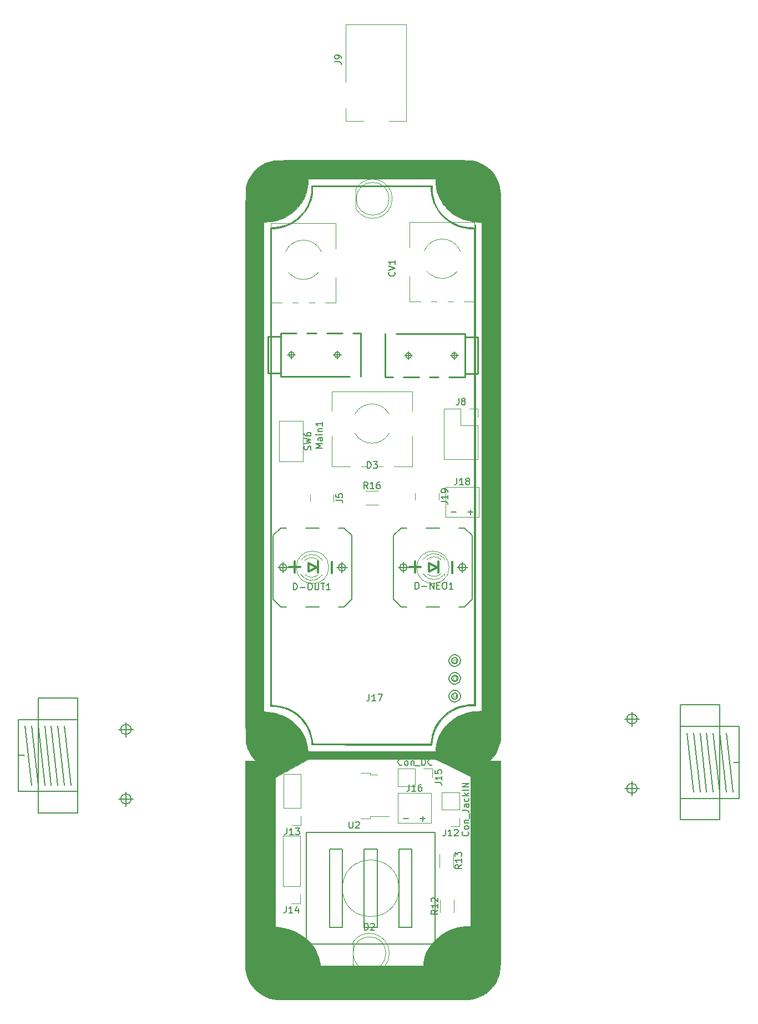
<source format=gbr>
G04 #@! TF.FileFunction,Legend,Top*
%FSLAX46Y46*%
G04 Gerber Fmt 4.6, Leading zero omitted, Abs format (unit mm)*
G04 Created by KiCad (PCBNEW 4.0.7-e0-6372~58~ubuntu16.04.1) date Sun Jul 15 17:02:29 2018*
%MOMM*%
%LPD*%
G01*
G04 APERTURE LIST*
%ADD10C,0.100000*%
%ADD11C,0.120000*%
%ADD12C,0.127000*%
%ADD13C,0.203200*%
%ADD14C,0.304800*%
%ADD15C,0.101600*%
%ADD16C,0.254000*%
%ADD17C,0.063500*%
%ADD18C,0.066040*%
%ADD19C,0.010000*%
%ADD20C,0.150000*%
%ADD21C,0.330200*%
G04 APERTURE END LIST*
D10*
D11*
X85404000Y-134823200D02*
X85404000Y-132223200D01*
X85404000Y-132223200D02*
X82744000Y-132223200D01*
X82744000Y-132223200D02*
X82744000Y-134823200D01*
X82744000Y-134823200D02*
X85404000Y-134823200D01*
X85404000Y-136093200D02*
X85404000Y-137423200D01*
X85404000Y-137423200D02*
X84074000Y-137423200D01*
X68082100Y-23936200D02*
X68082100Y-15136200D01*
X68082100Y-15136200D02*
X77282100Y-15136200D01*
X70782100Y-29836200D02*
X68082100Y-29836200D01*
X68082100Y-29836200D02*
X68082100Y-27936200D01*
X77282100Y-15136200D02*
X77282100Y-29836200D01*
X77282100Y-29836200D02*
X74682100Y-29836200D01*
D12*
X128125220Y-133151880D02*
X119126000Y-133151880D01*
X119126000Y-133151880D02*
X119126000Y-122153680D01*
X119126000Y-122153680D02*
X128125220Y-122153680D01*
X128125220Y-122153680D02*
X128125220Y-127650240D01*
X128125220Y-127650240D02*
X128125220Y-133151880D01*
X127124460Y-132151120D02*
X126123700Y-123154440D01*
X126123700Y-132151120D02*
X125125480Y-123154440D01*
X125125480Y-132151120D02*
X124124720Y-123154440D01*
X124124720Y-132151120D02*
X123123960Y-123154440D01*
X123123960Y-132151120D02*
X122125740Y-123154440D01*
X122125740Y-132151120D02*
X121124980Y-123154440D01*
X121124980Y-132151120D02*
X120124220Y-123154440D01*
X128125220Y-127650240D02*
X127223520Y-127650240D01*
X125125480Y-136370060D02*
X119126000Y-136370060D01*
X125125480Y-118874540D02*
X119126000Y-118874540D01*
X125125480Y-136370060D02*
X125125480Y-118874540D01*
X119126000Y-136370060D02*
X119126000Y-118874540D01*
X112502874Y-131620260D02*
G75*
G03X112502874Y-131620260I-775894J0D01*
G01*
X112826800Y-131620260D02*
X110627160Y-131620260D01*
X111726980Y-130520440D02*
X111726980Y-132720080D01*
X112502874Y-121023380D02*
G75*
G03X112502874Y-121023380I-775894J0D01*
G01*
X112826800Y-121023380D02*
X110627160Y-121023380D01*
X111726980Y-119923560D02*
X111726980Y-122123200D01*
X18127980Y-121102120D02*
X27127200Y-121102120D01*
X27127200Y-121102120D02*
X27127200Y-132100320D01*
X27127200Y-132100320D02*
X18127980Y-132100320D01*
X18127980Y-132100320D02*
X18127980Y-126603760D01*
X18127980Y-126603760D02*
X18127980Y-121102120D01*
X19128740Y-122102880D02*
X20129500Y-131099560D01*
X20129500Y-122102880D02*
X21127720Y-131099560D01*
X21127720Y-122102880D02*
X22128480Y-131099560D01*
X22128480Y-122102880D02*
X23129240Y-131099560D01*
X23129240Y-122102880D02*
X24127460Y-131099560D01*
X24127460Y-122102880D02*
X25128220Y-131099560D01*
X25128220Y-122102880D02*
X26128980Y-131099560D01*
X18127980Y-126603760D02*
X19029680Y-126603760D01*
X21127720Y-117883940D02*
X27127200Y-117883940D01*
X21127720Y-135379460D02*
X27127200Y-135379460D01*
X21127720Y-117883940D02*
X21127720Y-135379460D01*
X27127200Y-117883940D02*
X27127200Y-135379460D01*
X35302114Y-122633740D02*
G75*
G03X35302114Y-122633740I-775894J0D01*
G01*
X33426400Y-122633740D02*
X35626040Y-122633740D01*
X34526220Y-123733560D02*
X34526220Y-121533920D01*
X35302114Y-133230620D02*
G75*
G03X35302114Y-133230620I-775894J0D01*
G01*
X33426400Y-133230620D02*
X35626040Y-133230620D01*
X34526220Y-134330440D02*
X34526220Y-132130800D01*
D11*
X78651100Y-128603700D02*
X76051100Y-128603700D01*
X76051100Y-128603700D02*
X76051100Y-131263700D01*
X76051100Y-131263700D02*
X78651100Y-131263700D01*
X78651100Y-131263700D02*
X78651100Y-128603700D01*
X79921100Y-128603700D02*
X81251100Y-128603700D01*
X81251100Y-128603700D02*
X81251100Y-129933700D01*
X88225000Y-76305700D02*
X88225000Y-81445700D01*
X88225000Y-81445700D02*
X83025000Y-81445700D01*
X83025000Y-81445700D02*
X83025000Y-73705700D01*
X83025000Y-73705700D02*
X85625000Y-73705700D01*
X85625000Y-73705700D02*
X85625000Y-76305700D01*
X85625000Y-76305700D02*
X88225000Y-76305700D01*
X88225000Y-75035700D02*
X88225000Y-73705700D01*
X88225000Y-73705700D02*
X86955000Y-73705700D01*
X61108900Y-146558000D02*
X61108900Y-138878000D01*
X61108900Y-138878000D02*
X58448900Y-138878000D01*
X58448900Y-138878000D02*
X58448900Y-146558000D01*
X58448900Y-146558000D02*
X61108900Y-146558000D01*
X61108900Y-147828000D02*
X61108900Y-149158000D01*
X61108900Y-149158000D02*
X59778900Y-149158000D01*
D13*
X58994040Y-103916480D02*
X58143140Y-103916480D01*
X56992520Y-102765860D02*
X56992520Y-93068140D01*
X58143140Y-91917520D02*
X58994040Y-91917520D01*
X61993780Y-91917520D02*
X63990220Y-91917520D01*
X66989960Y-91917520D02*
X67840860Y-91917520D01*
X68991480Y-93068140D02*
X68991480Y-102765860D01*
X67840860Y-103916480D02*
X66989960Y-103916480D01*
X63990220Y-103916480D02*
X61993780Y-103916480D01*
X56992520Y-93068140D02*
X58143140Y-91917520D01*
X58143140Y-103916480D02*
X56992520Y-102765860D01*
X68991480Y-102765860D02*
X67840860Y-103916480D01*
X67840860Y-91917520D02*
X68991480Y-93068140D01*
D14*
X62357000Y-97282000D02*
X62357000Y-97917000D01*
X62357000Y-97917000D02*
X62357000Y-98552000D01*
X62357000Y-98552000D02*
X63627000Y-97917000D01*
X63627000Y-97917000D02*
X62357000Y-97282000D01*
D15*
X65463366Y-97917000D02*
G75*
G03X65463366Y-97917000I-2471366J0D01*
G01*
D12*
X59057620Y-97917000D02*
G75*
G03X59057620Y-97917000I-563960J0D01*
G01*
X58493660Y-98714560D02*
X58493660Y-97119440D01*
X59293760Y-97917000D02*
X57693560Y-97917000D01*
X68054300Y-97917000D02*
G75*
G03X68054300Y-97917000I-563960J0D01*
G01*
X67490340Y-98714560D02*
X67490340Y-97119440D01*
X68290440Y-97917000D02*
X66690240Y-97917000D01*
D13*
X77362040Y-103916480D02*
X76511140Y-103916480D01*
X75360520Y-102765860D02*
X75360520Y-93068140D01*
X76511140Y-91917520D02*
X77362040Y-91917520D01*
X80361780Y-91917520D02*
X82358220Y-91917520D01*
X85357960Y-91917520D02*
X86208860Y-91917520D01*
X87359480Y-93068140D02*
X87359480Y-102765860D01*
X86208860Y-103916480D02*
X85357960Y-103916480D01*
X82358220Y-103916480D02*
X80361780Y-103916480D01*
X75360520Y-93068140D02*
X76511140Y-91917520D01*
X76511140Y-103916480D02*
X75360520Y-102765860D01*
X87359480Y-102765860D02*
X86208860Y-103916480D01*
X86208860Y-91917520D02*
X87359480Y-93068140D01*
D14*
X80725000Y-97282000D02*
X80725000Y-97917000D01*
X80725000Y-97917000D02*
X80725000Y-98552000D01*
X80725000Y-98552000D02*
X81995000Y-97917000D01*
X81995000Y-97917000D02*
X80725000Y-97282000D01*
D15*
X83831366Y-97917000D02*
G75*
G03X83831366Y-97917000I-2471366J0D01*
G01*
D12*
X77425620Y-97917000D02*
G75*
G03X77425620Y-97917000I-563960J0D01*
G01*
X76861660Y-98714560D02*
X76861660Y-97119440D01*
X77661760Y-97917000D02*
X76061560Y-97917000D01*
X86422300Y-97917000D02*
G75*
G03X86422300Y-97917000I-563960J0D01*
G01*
X85858340Y-98714560D02*
X85858340Y-97119440D01*
X86658440Y-97917000D02*
X85058240Y-97917000D01*
D11*
X62614400Y-87850700D02*
X62614400Y-86850700D01*
X66214400Y-86850700D02*
X66214400Y-87850700D01*
X61192665Y-99008308D02*
G75*
G03X64425000Y-99165216I1672335J1078608D01*
G01*
X61192665Y-96851092D02*
G75*
G02X64425000Y-96694184I1672335J-1078608D01*
G01*
X61823870Y-99009537D02*
G75*
G03X63905961Y-99009700I1041130J1079837D01*
G01*
X61823870Y-96849863D02*
G75*
G02X63905961Y-96849700I1041130J-1079837D01*
G01*
X64425000Y-99165700D02*
X64425000Y-99009700D01*
X64425000Y-96849700D02*
X64425000Y-96693700D01*
X79861665Y-98881308D02*
G75*
G03X83094000Y-99038216I1672335J1078608D01*
G01*
X79861665Y-96724092D02*
G75*
G02X83094000Y-96567184I1672335J-1078608D01*
G01*
X80492870Y-98882537D02*
G75*
G03X82574961Y-98882700I1041130J1079837D01*
G01*
X80492870Y-96722863D02*
G75*
G02X82574961Y-96722700I1041130J-1079837D01*
G01*
X83094000Y-99038700D02*
X83094000Y-98882700D01*
X83094000Y-96722700D02*
X83094000Y-96566700D01*
X61505000Y-75615700D02*
X61505000Y-81735700D01*
X61505000Y-81735700D02*
X57885000Y-81735700D01*
X57885000Y-81735700D02*
X57885000Y-75615700D01*
X57885000Y-75615700D02*
X61505000Y-75615700D01*
X75164100Y-41719962D02*
G75*
G03X69614100Y-40174670I-2990000J462D01*
G01*
X75164100Y-41719038D02*
G75*
G02X69614100Y-43264330I-2990000J-462D01*
G01*
X74674100Y-41719500D02*
G75*
G03X74674100Y-41719500I-2500000J0D01*
G01*
X69614100Y-40174500D02*
X69614100Y-43264500D01*
X70315700Y-136183700D02*
X71815700Y-136183700D01*
X71815700Y-136183700D02*
X71815700Y-135913700D01*
X71815700Y-135913700D02*
X74645700Y-135913700D01*
X70315700Y-129283700D02*
X71815700Y-129283700D01*
X71815700Y-129283700D02*
X71815700Y-129553700D01*
X71815700Y-129553700D02*
X72915700Y-129553700D01*
X82356300Y-143627600D02*
X82356300Y-141627600D01*
X84496300Y-141627600D02*
X84496300Y-143627600D01*
X84559800Y-148549100D02*
X84559800Y-150549100D01*
X82419800Y-150549100D02*
X82419800Y-148549100D01*
X74718799Y-156758058D02*
G75*
G03X69118800Y-155116588I-3039999J1958D01*
G01*
X74718799Y-156754142D02*
G75*
G02X69118800Y-158395612I-3039999J-1958D01*
G01*
X74178800Y-156756100D02*
G75*
G03X74178800Y-156756100I-2500000J0D01*
G01*
X69118800Y-155116100D02*
X69118800Y-158396100D01*
D16*
X58663840Y-68798160D02*
X68663820Y-68798160D01*
X70365620Y-62199240D02*
X70365620Y-68798160D01*
X70365620Y-62199240D02*
X69164200Y-62199240D01*
X58663840Y-62199240D02*
X58166000Y-62199240D01*
X58166000Y-62199240D02*
X58166000Y-62699620D01*
X58166000Y-62699620D02*
X58166000Y-68297780D01*
X58166000Y-68297780D02*
X58166000Y-68798160D01*
X58166000Y-68798160D02*
X58663840Y-68798160D01*
X58166000Y-62699620D02*
X56167020Y-62699620D01*
X56167020Y-62699620D02*
X56167020Y-68297780D01*
X56167020Y-68297780D02*
X58166000Y-68297780D01*
X65163700Y-62199240D02*
X67564000Y-62199240D01*
X62163960Y-62199240D02*
X63563500Y-62199240D01*
X58663840Y-62199240D02*
X60563760Y-62199240D01*
D12*
X60187528Y-65498700D02*
G75*
G03X60187528Y-65498700I-423868J0D01*
G01*
X59164220Y-65498700D02*
X60365640Y-65498700D01*
X59763660Y-66098140D02*
X59763660Y-64899260D01*
X67187768Y-65498700D02*
G75*
G03X67187768Y-65498700I-423868J0D01*
G01*
X66164460Y-65498700D02*
X67365880Y-65498700D01*
X66763900Y-66098140D02*
X66763900Y-64899260D01*
D16*
X85735160Y-62326240D02*
X75735180Y-62326240D01*
X74033380Y-68925160D02*
X74033380Y-62326240D01*
X74033380Y-68925160D02*
X75234800Y-68925160D01*
X85735160Y-68925160D02*
X86233000Y-68925160D01*
X86233000Y-68925160D02*
X86233000Y-68424780D01*
X86233000Y-68424780D02*
X86233000Y-62826620D01*
X86233000Y-62826620D02*
X86233000Y-62326240D01*
X86233000Y-62326240D02*
X85735160Y-62326240D01*
X86233000Y-68424780D02*
X88231980Y-68424780D01*
X88231980Y-68424780D02*
X88231980Y-62826620D01*
X88231980Y-62826620D02*
X86233000Y-62826620D01*
X79235300Y-68925160D02*
X76835000Y-68925160D01*
X82235040Y-68925160D02*
X80835500Y-68925160D01*
X85735160Y-68925160D02*
X83835240Y-68925160D01*
D12*
X85059208Y-65625700D02*
G75*
G03X85059208Y-65625700I-423868J0D01*
G01*
X85234780Y-65625700D02*
X84033360Y-65625700D01*
X84635340Y-65026260D02*
X84635340Y-66225140D01*
X78058968Y-65625700D02*
G75*
G03X78058968Y-65625700I-423868J0D01*
G01*
X78234540Y-65625700D02*
X77033120Y-65625700D01*
X77635100Y-65026260D02*
X77635100Y-66225140D01*
X62017420Y-138348800D02*
X62017420Y-155346480D01*
X62017420Y-155346480D02*
X81712580Y-155346480D01*
X81712580Y-155346480D02*
X81712580Y-138348800D01*
X81712580Y-138348800D02*
X62017420Y-138348800D01*
X72863220Y-140848160D02*
X72863220Y-152847120D01*
X72863220Y-152847120D02*
X70866780Y-152847120D01*
X70866780Y-152847120D02*
X70866780Y-140848160D01*
X70866780Y-140848160D02*
X72863220Y-140848160D01*
X78164200Y-140848160D02*
X76162680Y-140848160D01*
X76162680Y-140848160D02*
X76162680Y-152847120D01*
X76162680Y-152847120D02*
X78164200Y-152847120D01*
X78164200Y-152847120D02*
X78164200Y-140848160D01*
X65565800Y-140848160D02*
X65565800Y-152847120D01*
X65565800Y-152847120D02*
X67567320Y-152847120D01*
X67567320Y-152847120D02*
X67567320Y-140848160D01*
X67567320Y-140848160D02*
X65565800Y-140848160D01*
D17*
X76175523Y-146847640D02*
G75*
G03X76175523Y-146847640I-4310523J0D01*
G01*
D11*
X61197800Y-134620000D02*
X61197800Y-129480000D01*
X61197800Y-129480000D02*
X58537800Y-129480000D01*
X58537800Y-129480000D02*
X58537800Y-134620000D01*
X58537800Y-134620000D02*
X61197800Y-134620000D01*
X61197800Y-135890000D02*
X61197800Y-137220000D01*
X61197800Y-137220000D02*
X59867800Y-137220000D01*
X81076800Y-136918700D02*
X75996800Y-136918700D01*
X75996800Y-132346700D02*
X81076800Y-132346700D01*
X75996800Y-132346700D02*
X75996800Y-136918700D01*
X81076800Y-132346700D02*
X81076800Y-136918700D01*
X88353900Y-90208100D02*
X83273900Y-90208100D01*
X83273900Y-85636100D02*
X88353900Y-85636100D01*
X83273900Y-85636100D02*
X83273900Y-90208100D01*
X88353900Y-85636100D02*
X88353900Y-90208100D01*
X78667200Y-87596500D02*
X78667200Y-86596500D01*
X82267200Y-86596500D02*
X82267200Y-87596500D01*
D18*
X84455000Y-115138200D02*
X84912200Y-115138200D01*
X84912200Y-115138200D02*
X84912200Y-114528600D01*
X84455000Y-114528600D02*
X84912200Y-114528600D01*
X84455000Y-115138200D02*
X84455000Y-114528600D01*
X84455000Y-112598200D02*
X84912200Y-112598200D01*
X84912200Y-112598200D02*
X84912200Y-111988600D01*
X84455000Y-111988600D02*
X84912200Y-111988600D01*
X84455000Y-112598200D02*
X84455000Y-111988600D01*
X84455000Y-117678200D02*
X84912200Y-117678200D01*
X84912200Y-117678200D02*
X84912200Y-117068600D01*
X84455000Y-117068600D02*
X84912200Y-117068600D01*
X84455000Y-117678200D02*
X84455000Y-117068600D01*
D12*
X84665820Y-112994440D02*
X84500720Y-112976660D01*
X84500720Y-112976660D02*
X84338160Y-112928400D01*
X84338160Y-112928400D02*
X84190840Y-112849660D01*
X84190840Y-112849660D02*
X84058760Y-112742980D01*
X84058760Y-112742980D02*
X83952080Y-112613440D01*
X83952080Y-112613440D02*
X83873340Y-112466120D01*
X83873340Y-112466120D02*
X83822540Y-112303560D01*
X83822540Y-112303560D02*
X83807300Y-112135920D01*
X83807300Y-112135920D02*
X83822540Y-111963200D01*
X83822540Y-111963200D02*
X83870800Y-111798100D01*
X83870800Y-111798100D02*
X83949540Y-111643160D01*
X83949540Y-111643160D02*
X84058760Y-111508540D01*
X84058760Y-111508540D02*
X84190840Y-111396780D01*
X84190840Y-111396780D02*
X84343240Y-111312960D01*
X84343240Y-111312960D02*
X84510880Y-111262160D01*
X84510880Y-111262160D02*
X84681060Y-111241840D01*
X84681060Y-111241840D02*
X84851240Y-111262160D01*
X84851240Y-111262160D02*
X85018880Y-111312960D01*
X85018880Y-111312960D02*
X85171280Y-111396780D01*
X85171280Y-111396780D02*
X85303360Y-111508540D01*
X85303360Y-111508540D02*
X85412580Y-111643160D01*
X85412580Y-111643160D02*
X85491320Y-111798100D01*
X85491320Y-111798100D02*
X85542120Y-111963200D01*
X85542120Y-111963200D02*
X85557360Y-112135920D01*
X85557360Y-112135920D02*
X85537040Y-112306100D01*
X85537040Y-112306100D02*
X85483700Y-112471200D01*
X85483700Y-112471200D02*
X85399880Y-112618520D01*
X85399880Y-112618520D02*
X85288120Y-112750600D01*
X85288120Y-112750600D02*
X85153500Y-112854740D01*
X85153500Y-112854740D02*
X85001100Y-112933480D01*
X85001100Y-112933480D02*
X84836000Y-112979200D01*
X84836000Y-112979200D02*
X84665820Y-112994440D01*
X84678520Y-118430040D02*
X84510880Y-118414800D01*
X84510880Y-118414800D02*
X84348320Y-118366540D01*
X84348320Y-118366540D02*
X84198460Y-118287800D01*
X84198460Y-118287800D02*
X84066380Y-118183660D01*
X84066380Y-118183660D02*
X83957160Y-118054120D01*
X83957160Y-118054120D02*
X83875880Y-117904260D01*
X83875880Y-117904260D02*
X83825080Y-117744240D01*
X83825080Y-117744240D02*
X83807300Y-117574060D01*
X83807300Y-117574060D02*
X83822540Y-117398800D01*
X83822540Y-117398800D02*
X83870800Y-117231160D01*
X83870800Y-117231160D02*
X83952080Y-117073680D01*
X83952080Y-117073680D02*
X84063840Y-116936520D01*
X84063840Y-116936520D02*
X84198460Y-116824760D01*
X84198460Y-116824760D02*
X84353400Y-116740940D01*
X84353400Y-116740940D02*
X84523580Y-116687600D01*
X84523580Y-116687600D02*
X84696300Y-116667280D01*
X84696300Y-116667280D02*
X84869020Y-116690140D01*
X84869020Y-116690140D02*
X85034120Y-116743480D01*
X85034120Y-116743480D02*
X85183980Y-116829840D01*
X85183980Y-116829840D02*
X85316060Y-116941600D01*
X85316060Y-116941600D02*
X85425280Y-117078760D01*
X85425280Y-117078760D02*
X85504020Y-117233700D01*
X85504020Y-117233700D02*
X85549740Y-117401340D01*
X85549740Y-117401340D02*
X85564980Y-117576600D01*
X85564980Y-117576600D02*
X85544660Y-117744240D01*
X85544660Y-117744240D02*
X85491320Y-117906800D01*
X85491320Y-117906800D02*
X85407500Y-118056660D01*
X85407500Y-118056660D02*
X85298280Y-118186200D01*
X85298280Y-118186200D02*
X85163660Y-118290340D01*
X85163660Y-118290340D02*
X85011260Y-118369080D01*
X85011260Y-118369080D02*
X84846160Y-118414800D01*
X84846160Y-118414800D02*
X84678520Y-118430040D01*
X84673440Y-115707160D02*
X84505800Y-115691920D01*
X84505800Y-115691920D02*
X84345780Y-115643660D01*
X84345780Y-115643660D02*
X84195920Y-115564920D01*
X84195920Y-115564920D02*
X84063840Y-115458240D01*
X84063840Y-115458240D02*
X83957160Y-115328700D01*
X83957160Y-115328700D02*
X83875880Y-115181380D01*
X83875880Y-115181380D02*
X83827620Y-115018820D01*
X83827620Y-115018820D02*
X83809840Y-114851180D01*
X83809840Y-114851180D02*
X83825080Y-114681000D01*
X83825080Y-114681000D02*
X83875880Y-114510820D01*
X83875880Y-114510820D02*
X83957160Y-114355880D01*
X83957160Y-114355880D02*
X84068920Y-114221260D01*
X84068920Y-114221260D02*
X84203540Y-114109500D01*
X84203540Y-114109500D02*
X84358480Y-114025680D01*
X84358480Y-114025680D02*
X84526120Y-113974880D01*
X84526120Y-113974880D02*
X84698840Y-113954560D01*
X84698840Y-113954560D02*
X84866480Y-113974880D01*
X84866480Y-113974880D02*
X85031580Y-114028220D01*
X85031580Y-114028220D02*
X85178900Y-114109500D01*
X85178900Y-114109500D02*
X85310980Y-114221260D01*
X85310980Y-114221260D02*
X85417660Y-114355880D01*
X85417660Y-114355880D02*
X85496400Y-114508280D01*
X85496400Y-114508280D02*
X85542120Y-114670840D01*
X85542120Y-114670840D02*
X85557360Y-114841020D01*
X85557360Y-114841020D02*
X85537040Y-115011200D01*
X85537040Y-115011200D02*
X85486240Y-115173760D01*
X85486240Y-115173760D02*
X85404960Y-115323620D01*
X85404960Y-115323620D02*
X85293200Y-115455700D01*
X85293200Y-115455700D02*
X85161120Y-115562380D01*
X85161120Y-115562380D02*
X85008720Y-115643660D01*
X85008720Y-115643660D02*
X84843620Y-115691920D01*
X84843620Y-115691920D02*
X84673440Y-115707160D01*
X84683600Y-112560100D02*
X84587080Y-112549940D01*
X84587080Y-112549940D02*
X84495640Y-112519460D01*
X84495640Y-112519460D02*
X84411820Y-112471200D01*
X84411820Y-112471200D02*
X84340700Y-112402620D01*
X84340700Y-112402620D02*
X84287360Y-112321340D01*
X84287360Y-112321340D02*
X84254340Y-112229900D01*
X84254340Y-112229900D02*
X84239100Y-112135920D01*
X84239100Y-112135920D02*
X84249260Y-112031780D01*
X84249260Y-112031780D02*
X84279740Y-111935260D01*
X84279740Y-111935260D02*
X84333080Y-111848900D01*
X84333080Y-111848900D02*
X84404200Y-111772700D01*
X84404200Y-111772700D02*
X84488020Y-111716820D01*
X84488020Y-111716820D02*
X84584540Y-111681260D01*
X84584540Y-111681260D02*
X84683600Y-111668560D01*
X84683600Y-111668560D02*
X84782660Y-111681260D01*
X84782660Y-111681260D02*
X84876640Y-111714280D01*
X84876640Y-111714280D02*
X84960460Y-111770160D01*
X84960460Y-111770160D02*
X85031580Y-111843820D01*
X85031580Y-111843820D02*
X85082380Y-111927640D01*
X85082380Y-111927640D02*
X85115400Y-112024160D01*
X85115400Y-112024160D02*
X85123020Y-112123220D01*
X85123020Y-112123220D02*
X85112860Y-112222280D01*
X85112860Y-112222280D02*
X85079840Y-112313720D01*
X85079840Y-112313720D02*
X85026500Y-112397540D01*
X85026500Y-112397540D02*
X84955380Y-112466120D01*
X84955380Y-112466120D02*
X84871560Y-112516920D01*
X84871560Y-112516920D02*
X84780120Y-112549940D01*
X84780120Y-112549940D02*
X84683600Y-112560100D01*
X84686140Y-117995700D02*
X84589620Y-117988080D01*
X84589620Y-117988080D02*
X84498180Y-117957600D01*
X84498180Y-117957600D02*
X84414360Y-117909340D01*
X84414360Y-117909340D02*
X84343240Y-117840760D01*
X84343240Y-117840760D02*
X84289900Y-117759480D01*
X84289900Y-117759480D02*
X84256880Y-117668040D01*
X84256880Y-117668040D02*
X84244180Y-117571520D01*
X84244180Y-117571520D02*
X84251800Y-117469920D01*
X84251800Y-117469920D02*
X84282280Y-117373400D01*
X84282280Y-117373400D02*
X84335620Y-117287040D01*
X84335620Y-117287040D02*
X84406740Y-117210840D01*
X84406740Y-117210840D02*
X84490560Y-117154960D01*
X84490560Y-117154960D02*
X84587080Y-117119400D01*
X84587080Y-117119400D02*
X84686140Y-117106700D01*
X84686140Y-117106700D02*
X84785200Y-117119400D01*
X84785200Y-117119400D02*
X84879180Y-117152420D01*
X84879180Y-117152420D02*
X84963000Y-117208300D01*
X84963000Y-117208300D02*
X85034120Y-117279420D01*
X85034120Y-117279420D02*
X85084920Y-117365780D01*
X85084920Y-117365780D02*
X85117940Y-117462300D01*
X85117940Y-117462300D02*
X85128100Y-117561360D01*
X85128100Y-117561360D02*
X85115400Y-117660420D01*
X85115400Y-117660420D02*
X85082380Y-117751860D01*
X85082380Y-117751860D02*
X85029040Y-117835680D01*
X85029040Y-117835680D02*
X84957920Y-117904260D01*
X84957920Y-117904260D02*
X84876640Y-117955060D01*
X84876640Y-117955060D02*
X84782660Y-117985540D01*
X84782660Y-117985540D02*
X84686140Y-117995700D01*
X84693760Y-115280440D02*
X84597240Y-115270280D01*
X84597240Y-115270280D02*
X84505800Y-115239800D01*
X84505800Y-115239800D02*
X84421980Y-115191540D01*
X84421980Y-115191540D02*
X84350860Y-115122960D01*
X84350860Y-115122960D02*
X84297520Y-115041680D01*
X84297520Y-115041680D02*
X84264500Y-114950240D01*
X84264500Y-114950240D02*
X84251800Y-114856260D01*
X84251800Y-114856260D02*
X84259420Y-114754660D01*
X84259420Y-114754660D02*
X84289900Y-114658140D01*
X84289900Y-114658140D02*
X84343240Y-114571780D01*
X84343240Y-114571780D02*
X84414360Y-114495580D01*
X84414360Y-114495580D02*
X84498180Y-114439700D01*
X84498180Y-114439700D02*
X84594700Y-114404140D01*
X84594700Y-114404140D02*
X84693760Y-114391440D01*
X84693760Y-114391440D02*
X84792820Y-114404140D01*
X84792820Y-114404140D02*
X84886800Y-114437160D01*
X84886800Y-114437160D02*
X84970620Y-114493040D01*
X84970620Y-114493040D02*
X85041740Y-114566700D01*
X85041740Y-114566700D02*
X85092540Y-114650520D01*
X85092540Y-114650520D02*
X85125560Y-114747040D01*
X85125560Y-114747040D02*
X85133180Y-114846100D01*
X85133180Y-114846100D02*
X85123020Y-114942620D01*
X85123020Y-114942620D02*
X85090000Y-115034060D01*
X85090000Y-115034060D02*
X85036660Y-115117880D01*
X85036660Y-115117880D02*
X84965540Y-115186460D01*
X84965540Y-115186460D02*
X84884260Y-115237260D01*
X84884260Y-115237260D02*
X84790280Y-115270280D01*
X84790280Y-115270280D02*
X84693760Y-115280440D01*
D19*
G36*
X54349322Y-127410633D02*
X54079611Y-127124660D01*
X53700486Y-126662968D01*
X53374654Y-126141249D01*
X53106827Y-125568817D01*
X52901720Y-124954988D01*
X52827071Y-124649035D01*
X52822987Y-124627796D01*
X52819053Y-124601591D01*
X52815266Y-124568859D01*
X52811622Y-124528039D01*
X52808120Y-124477568D01*
X52804757Y-124415886D01*
X52801529Y-124341432D01*
X52798435Y-124252643D01*
X52795470Y-124147959D01*
X52792633Y-124025819D01*
X52789920Y-123884661D01*
X52787329Y-123722923D01*
X52784857Y-123539045D01*
X52782502Y-123331465D01*
X52780259Y-123098621D01*
X52778128Y-122838953D01*
X52776104Y-122550899D01*
X52774185Y-122232897D01*
X52772369Y-121883387D01*
X52770652Y-121500807D01*
X52769032Y-121083596D01*
X52767506Y-120630192D01*
X52766070Y-120139034D01*
X52764724Y-119608561D01*
X52763462Y-119037211D01*
X52762284Y-118423424D01*
X52761185Y-117765637D01*
X52760164Y-117062289D01*
X52759217Y-116311819D01*
X52758342Y-115512666D01*
X52757536Y-114663269D01*
X52756795Y-113762065D01*
X52756118Y-112807494D01*
X52755501Y-111797995D01*
X52754943Y-110732005D01*
X52754439Y-109607964D01*
X52753987Y-108424311D01*
X52753584Y-107179483D01*
X52753228Y-105871920D01*
X52752916Y-104500061D01*
X52752644Y-103062344D01*
X52752411Y-101557207D01*
X52752213Y-99983089D01*
X52752048Y-98338430D01*
X52751913Y-96621667D01*
X52751805Y-94831240D01*
X52751721Y-92965587D01*
X52751658Y-91023146D01*
X52751614Y-89002357D01*
X52751586Y-86901658D01*
X52751571Y-84719487D01*
X52751567Y-82454284D01*
X52751567Y-82346800D01*
X52751570Y-80078571D01*
X52751583Y-77893445D01*
X52751607Y-75789860D01*
X52751646Y-73766251D01*
X52751703Y-71821055D01*
X52751780Y-69952710D01*
X52751880Y-68159651D01*
X52752007Y-66440316D01*
X52752162Y-64793141D01*
X52752349Y-63216562D01*
X52752571Y-61709017D01*
X52752830Y-60268942D01*
X52753130Y-58894774D01*
X52753473Y-57584949D01*
X52753861Y-56337904D01*
X52754299Y-55152076D01*
X52754788Y-54025902D01*
X52755332Y-52957817D01*
X52755934Y-51946260D01*
X52756595Y-50989666D01*
X52757320Y-50086472D01*
X52758111Y-49235115D01*
X52758970Y-48434031D01*
X52759901Y-47681658D01*
X52760907Y-46976432D01*
X52761990Y-46316789D01*
X52763153Y-45701166D01*
X52764399Y-45128000D01*
X52765731Y-44595728D01*
X52767152Y-44102786D01*
X52768664Y-43647611D01*
X52770271Y-43228639D01*
X52771975Y-42844308D01*
X52773779Y-42493053D01*
X52775687Y-42173313D01*
X52777700Y-41883522D01*
X52779821Y-41622119D01*
X52782054Y-41387539D01*
X52784402Y-41178219D01*
X52786867Y-40992597D01*
X52789452Y-40829108D01*
X52792159Y-40686189D01*
X52794993Y-40562278D01*
X52797955Y-40455810D01*
X52801048Y-40365222D01*
X52804276Y-40288952D01*
X52807641Y-40225435D01*
X52811146Y-40173108D01*
X52814794Y-40130409D01*
X52818587Y-40095773D01*
X52822529Y-40067638D01*
X52826623Y-40044440D01*
X52828635Y-40034633D01*
X53002760Y-39388047D01*
X53238184Y-38796050D01*
X53539174Y-38250649D01*
X53910003Y-37743853D01*
X54254400Y-37366272D01*
X54756693Y-36919832D01*
X55299349Y-36547794D01*
X55881754Y-36250470D01*
X56503291Y-36028175D01*
X57163344Y-35881221D01*
X57179409Y-35878661D01*
X57225125Y-35873446D01*
X57295805Y-35868548D01*
X57393874Y-35863957D01*
X57521757Y-35859665D01*
X57681879Y-35855663D01*
X57876665Y-35851941D01*
X58108540Y-35848490D01*
X58379928Y-35845302D01*
X58693255Y-35842368D01*
X59050945Y-35839677D01*
X59455424Y-35837222D01*
X59909116Y-35834993D01*
X60414446Y-35832981D01*
X60973839Y-35831177D01*
X61589720Y-35829572D01*
X62264514Y-35828158D01*
X63000646Y-35826924D01*
X63800540Y-35825862D01*
X64666621Y-35824964D01*
X65601315Y-35824219D01*
X66607046Y-35823618D01*
X67686240Y-35823154D01*
X68841320Y-35822816D01*
X70074712Y-35822596D01*
X71388841Y-35822485D01*
X72246067Y-35822466D01*
X73573949Y-35822481D01*
X74819848Y-35822533D01*
X75986447Y-35822637D01*
X77076432Y-35822806D01*
X78092485Y-35823053D01*
X79037291Y-35823393D01*
X79913532Y-35823837D01*
X80723894Y-35824401D01*
X81471059Y-35825096D01*
X82157711Y-35825938D01*
X82786535Y-35826939D01*
X83360214Y-35828113D01*
X83881432Y-35829473D01*
X84352873Y-35831033D01*
X84777220Y-35832806D01*
X85157157Y-35834806D01*
X85495369Y-35837046D01*
X85794538Y-35839540D01*
X86057349Y-35842302D01*
X86286485Y-35845344D01*
X86484631Y-35848680D01*
X86654470Y-35852324D01*
X86798685Y-35856289D01*
X86919961Y-35860589D01*
X87020982Y-35865236D01*
X87104431Y-35870246D01*
X87172992Y-35875631D01*
X87229348Y-35881404D01*
X87276185Y-35887579D01*
X87316185Y-35894170D01*
X87337900Y-35898306D01*
X88013362Y-36072370D01*
X88641908Y-36315751D01*
X89221715Y-36627244D01*
X89750958Y-37005640D01*
X90227811Y-37449733D01*
X90650450Y-37958314D01*
X90817823Y-38200761D01*
X91121880Y-38733465D01*
X91354697Y-39292665D01*
X91519477Y-39888246D01*
X91619425Y-40530092D01*
X91636814Y-40727291D01*
X91639521Y-40798912D01*
X91642113Y-40939532D01*
X91644592Y-41149636D01*
X91646959Y-41429710D01*
X91649212Y-41780240D01*
X91651354Y-42201712D01*
X91653383Y-42694612D01*
X91655301Y-43259427D01*
X91657107Y-43896641D01*
X91658803Y-44606742D01*
X91660388Y-45390214D01*
X91661863Y-46247545D01*
X91663228Y-47179219D01*
X91664484Y-48185724D01*
X91665630Y-49267545D01*
X91666668Y-50425167D01*
X91667598Y-51659078D01*
X91668419Y-52969763D01*
X91669133Y-54357708D01*
X91669740Y-55823398D01*
X91670240Y-57367321D01*
X91670633Y-58989962D01*
X91670920Y-60691806D01*
X91671101Y-62473341D01*
X91671176Y-64335051D01*
X91671147Y-66277424D01*
X91671012Y-68300944D01*
X91670774Y-70406099D01*
X91670431Y-72593373D01*
X91669984Y-74863253D01*
X91669434Y-77216225D01*
X91668781Y-79652775D01*
X91668026Y-82173389D01*
X91667829Y-82791300D01*
X91654485Y-124256800D01*
X91559126Y-124669291D01*
X91368976Y-125332989D01*
X91117162Y-125941321D01*
X90800872Y-126499791D01*
X90417291Y-127013903D01*
X90282268Y-127167332D01*
X90061635Y-127408740D01*
X90858767Y-127420270D01*
X91655900Y-127431800D01*
X91660354Y-143031633D01*
X91660594Y-144180113D01*
X91660655Y-145308810D01*
X91660544Y-146414670D01*
X91660266Y-147494637D01*
X91659826Y-148545658D01*
X91659229Y-149564676D01*
X91658481Y-150548638D01*
X91657587Y-151494489D01*
X91656553Y-152399173D01*
X91655383Y-153259637D01*
X91654084Y-154072825D01*
X91652661Y-154835683D01*
X91651119Y-155545155D01*
X91649463Y-156198187D01*
X91647699Y-156791725D01*
X91645833Y-157322713D01*
X91643868Y-157788096D01*
X91641812Y-158184821D01*
X91639670Y-158509832D01*
X91637445Y-158760074D01*
X91635145Y-158932492D01*
X91632775Y-159024032D01*
X91632196Y-159033633D01*
X91538396Y-159687103D01*
X91368143Y-160310963D01*
X91125977Y-160900268D01*
X90816439Y-161450068D01*
X90444070Y-161955419D01*
X90013412Y-162411371D01*
X89529005Y-162812980D01*
X88995391Y-163155297D01*
X88417110Y-163433375D01*
X87798705Y-163642268D01*
X87300605Y-163752415D01*
X87259644Y-163758320D01*
X87205594Y-163763861D01*
X87135832Y-163769050D01*
X87047736Y-163773898D01*
X86938684Y-163778415D01*
X86806054Y-163782615D01*
X86647224Y-163786506D01*
X86459571Y-163790102D01*
X86240474Y-163793412D01*
X85987310Y-163796449D01*
X85697457Y-163799224D01*
X85368294Y-163801747D01*
X84997197Y-163804030D01*
X84581545Y-163806085D01*
X84118716Y-163807922D01*
X83606088Y-163809553D01*
X83041038Y-163810989D01*
X82420944Y-163812241D01*
X81743185Y-163813321D01*
X81005138Y-163814240D01*
X80204180Y-163815008D01*
X79337691Y-163815638D01*
X78403047Y-163816140D01*
X77397627Y-163816526D01*
X76318808Y-163816807D01*
X75163969Y-163816994D01*
X73930487Y-163817099D01*
X72615740Y-163817132D01*
X72208772Y-163817130D01*
X70865281Y-163817081D01*
X69603857Y-163816959D01*
X68421900Y-163816753D01*
X67316812Y-163816453D01*
X66285993Y-163816048D01*
X65326843Y-163815525D01*
X64436763Y-163814876D01*
X64166492Y-163814618D01*
X64166492Y-158652633D01*
X79897468Y-158652633D01*
X79927813Y-158304760D01*
X80022616Y-157693464D01*
X80197999Y-157084980D01*
X80450044Y-156487503D01*
X80774837Y-155909230D01*
X81168461Y-155358358D01*
X81537687Y-154935109D01*
X82111038Y-154392161D01*
X82730203Y-153918147D01*
X83390079Y-153515402D01*
X84085565Y-153186260D01*
X84811560Y-152933057D01*
X85562963Y-152758127D01*
X86334672Y-152663804D01*
X86522984Y-152653394D01*
X87105067Y-152628736D01*
X87105067Y-129796454D01*
X84385150Y-128465960D01*
X81665234Y-127135466D01*
X72023344Y-127124611D01*
X67912728Y-127119984D01*
X67912728Y-126006083D01*
X68766754Y-126005836D01*
X69696542Y-126005299D01*
X70704864Y-126004484D01*
X71794492Y-126003404D01*
X72036955Y-126003141D01*
X81749900Y-125992466D01*
X81779862Y-125590300D01*
X81871803Y-124914507D01*
X82042857Y-124258555D01*
X82288733Y-123627708D01*
X82605143Y-123027231D01*
X82987796Y-122462386D01*
X83432402Y-121938439D01*
X83934671Y-121460654D01*
X84490314Y-121034296D01*
X85095041Y-120664627D01*
X85744562Y-120356913D01*
X86174643Y-120197295D01*
X86627239Y-120059675D01*
X87053304Y-119960588D01*
X87485028Y-119894319D01*
X87954601Y-119855151D01*
X88152817Y-119846066D01*
X88840734Y-119820440D01*
X88840638Y-82541620D01*
X88840543Y-45262800D01*
X88278753Y-45253141D01*
X87509565Y-45198748D01*
X86761779Y-45062458D01*
X86035752Y-44844382D01*
X85331841Y-44544633D01*
X84650405Y-44163323D01*
X84503197Y-44068274D01*
X84180678Y-43831022D01*
X83840011Y-43538613D01*
X83501476Y-43211332D01*
X83185356Y-42869464D01*
X82911932Y-42533294D01*
X82774603Y-42339434D01*
X82431031Y-41765822D01*
X82165233Y-41196092D01*
X81972391Y-40615490D01*
X81847689Y-40009261D01*
X81786311Y-39362650D01*
X81783821Y-39304383D01*
X81759563Y-38679966D01*
X62267829Y-38679966D01*
X62287390Y-38883550D01*
X62291123Y-39012467D01*
X62285521Y-39196948D01*
X62271805Y-39408553D01*
X62258790Y-39550300D01*
X62143240Y-40271949D01*
X61950428Y-40959927D01*
X61680881Y-41612874D01*
X61335126Y-42229426D01*
X61080810Y-42595355D01*
X60608564Y-43154703D01*
X60074970Y-43658577D01*
X59486822Y-44101756D01*
X58850913Y-44479017D01*
X58294026Y-44737393D01*
X57921078Y-44878242D01*
X57547020Y-44993747D01*
X57154511Y-45087603D01*
X56726215Y-45163504D01*
X56244791Y-45225146D01*
X55810150Y-45266640D01*
X55524400Y-45290705D01*
X55524400Y-119901794D01*
X56106484Y-119952509D01*
X56779423Y-120034890D01*
X57397581Y-120162368D01*
X57980905Y-120340236D01*
X58549341Y-120573787D01*
X58678234Y-120635042D01*
X59322028Y-120992226D01*
X59914596Y-121410120D01*
X60451363Y-121883573D01*
X60927753Y-122407430D01*
X61339193Y-122976540D01*
X61681107Y-123585749D01*
X61948923Y-124229905D01*
X61996503Y-124372843D01*
X62085219Y-124681522D01*
X62160093Y-125000596D01*
X62216387Y-125305613D01*
X62249364Y-125572124D01*
X62256048Y-125712262D01*
X62263360Y-125841570D01*
X62281028Y-125938521D01*
X62290353Y-125960808D01*
X62309120Y-125966834D01*
X62359303Y-125972378D01*
X62443675Y-125977451D01*
X62565007Y-125982066D01*
X62726070Y-125986235D01*
X62929637Y-125989970D01*
X63178478Y-125993282D01*
X63475366Y-125996185D01*
X63823072Y-125998689D01*
X64224367Y-126000807D01*
X64682024Y-126002551D01*
X65198813Y-126003934D01*
X65777506Y-126004966D01*
X66420875Y-126005660D01*
X67131692Y-126006028D01*
X67912728Y-126006083D01*
X67912728Y-127119984D01*
X62381455Y-127113756D01*
X57302507Y-129929466D01*
X57302454Y-141324105D01*
X57302400Y-152718743D01*
X57630484Y-152746178D01*
X58451903Y-152854160D01*
X59235418Y-153037754D01*
X59981958Y-153297339D01*
X60692454Y-153633293D01*
X61367836Y-154045994D01*
X61985470Y-154515950D01*
X62517354Y-155014233D01*
X62979785Y-155555614D01*
X63370424Y-156135865D01*
X63686933Y-156750757D01*
X63926973Y-157396060D01*
X64088206Y-158067547D01*
X64138242Y-158409216D01*
X64166492Y-158652633D01*
X64166492Y-163814618D01*
X63613152Y-163814089D01*
X62853413Y-163813152D01*
X62154945Y-163812056D01*
X61515148Y-163810789D01*
X60931424Y-163809341D01*
X60401173Y-163807700D01*
X59921794Y-163805855D01*
X59490690Y-163803797D01*
X59105260Y-163801513D01*
X58762905Y-163798994D01*
X58461025Y-163796228D01*
X58197021Y-163793204D01*
X57968293Y-163789911D01*
X57772242Y-163786340D01*
X57606269Y-163782478D01*
X57467773Y-163778314D01*
X57354156Y-163773839D01*
X57262818Y-163769041D01*
X57191159Y-163763910D01*
X57136580Y-163758433D01*
X57104635Y-163753987D01*
X56462660Y-163607568D01*
X55847725Y-163382621D01*
X55267025Y-163082838D01*
X54727756Y-162711913D01*
X54254606Y-162291209D01*
X53818021Y-161793248D01*
X53450753Y-161248954D01*
X53155894Y-160664691D01*
X52936538Y-160046820D01*
X52795778Y-159401705D01*
X52774386Y-159246410D01*
X52769952Y-159170144D01*
X52765759Y-159015413D01*
X52761806Y-158781882D01*
X52758092Y-158469219D01*
X52754615Y-158077088D01*
X52751376Y-157605156D01*
X52748374Y-157053089D01*
X52745606Y-156420552D01*
X52743073Y-155707212D01*
X52740774Y-154912735D01*
X52738707Y-154036787D01*
X52736872Y-153079033D01*
X52735267Y-152039139D01*
X52733893Y-150916772D01*
X52732747Y-149711598D01*
X52731830Y-148423282D01*
X52731139Y-147051490D01*
X52730675Y-145595889D01*
X52730436Y-144056144D01*
X52730400Y-143149160D01*
X52730400Y-127410633D01*
X54349322Y-127410633D01*
X54349322Y-127410633D01*
G37*
X54349322Y-127410633D02*
X54079611Y-127124660D01*
X53700486Y-126662968D01*
X53374654Y-126141249D01*
X53106827Y-125568817D01*
X52901720Y-124954988D01*
X52827071Y-124649035D01*
X52822987Y-124627796D01*
X52819053Y-124601591D01*
X52815266Y-124568859D01*
X52811622Y-124528039D01*
X52808120Y-124477568D01*
X52804757Y-124415886D01*
X52801529Y-124341432D01*
X52798435Y-124252643D01*
X52795470Y-124147959D01*
X52792633Y-124025819D01*
X52789920Y-123884661D01*
X52787329Y-123722923D01*
X52784857Y-123539045D01*
X52782502Y-123331465D01*
X52780259Y-123098621D01*
X52778128Y-122838953D01*
X52776104Y-122550899D01*
X52774185Y-122232897D01*
X52772369Y-121883387D01*
X52770652Y-121500807D01*
X52769032Y-121083596D01*
X52767506Y-120630192D01*
X52766070Y-120139034D01*
X52764724Y-119608561D01*
X52763462Y-119037211D01*
X52762284Y-118423424D01*
X52761185Y-117765637D01*
X52760164Y-117062289D01*
X52759217Y-116311819D01*
X52758342Y-115512666D01*
X52757536Y-114663269D01*
X52756795Y-113762065D01*
X52756118Y-112807494D01*
X52755501Y-111797995D01*
X52754943Y-110732005D01*
X52754439Y-109607964D01*
X52753987Y-108424311D01*
X52753584Y-107179483D01*
X52753228Y-105871920D01*
X52752916Y-104500061D01*
X52752644Y-103062344D01*
X52752411Y-101557207D01*
X52752213Y-99983089D01*
X52752048Y-98338430D01*
X52751913Y-96621667D01*
X52751805Y-94831240D01*
X52751721Y-92965587D01*
X52751658Y-91023146D01*
X52751614Y-89002357D01*
X52751586Y-86901658D01*
X52751571Y-84719487D01*
X52751567Y-82454284D01*
X52751567Y-82346800D01*
X52751570Y-80078571D01*
X52751583Y-77893445D01*
X52751607Y-75789860D01*
X52751646Y-73766251D01*
X52751703Y-71821055D01*
X52751780Y-69952710D01*
X52751880Y-68159651D01*
X52752007Y-66440316D01*
X52752162Y-64793141D01*
X52752349Y-63216562D01*
X52752571Y-61709017D01*
X52752830Y-60268942D01*
X52753130Y-58894774D01*
X52753473Y-57584949D01*
X52753861Y-56337904D01*
X52754299Y-55152076D01*
X52754788Y-54025902D01*
X52755332Y-52957817D01*
X52755934Y-51946260D01*
X52756595Y-50989666D01*
X52757320Y-50086472D01*
X52758111Y-49235115D01*
X52758970Y-48434031D01*
X52759901Y-47681658D01*
X52760907Y-46976432D01*
X52761990Y-46316789D01*
X52763153Y-45701166D01*
X52764399Y-45128000D01*
X52765731Y-44595728D01*
X52767152Y-44102786D01*
X52768664Y-43647611D01*
X52770271Y-43228639D01*
X52771975Y-42844308D01*
X52773779Y-42493053D01*
X52775687Y-42173313D01*
X52777700Y-41883522D01*
X52779821Y-41622119D01*
X52782054Y-41387539D01*
X52784402Y-41178219D01*
X52786867Y-40992597D01*
X52789452Y-40829108D01*
X52792159Y-40686189D01*
X52794993Y-40562278D01*
X52797955Y-40455810D01*
X52801048Y-40365222D01*
X52804276Y-40288952D01*
X52807641Y-40225435D01*
X52811146Y-40173108D01*
X52814794Y-40130409D01*
X52818587Y-40095773D01*
X52822529Y-40067638D01*
X52826623Y-40044440D01*
X52828635Y-40034633D01*
X53002760Y-39388047D01*
X53238184Y-38796050D01*
X53539174Y-38250649D01*
X53910003Y-37743853D01*
X54254400Y-37366272D01*
X54756693Y-36919832D01*
X55299349Y-36547794D01*
X55881754Y-36250470D01*
X56503291Y-36028175D01*
X57163344Y-35881221D01*
X57179409Y-35878661D01*
X57225125Y-35873446D01*
X57295805Y-35868548D01*
X57393874Y-35863957D01*
X57521757Y-35859665D01*
X57681879Y-35855663D01*
X57876665Y-35851941D01*
X58108540Y-35848490D01*
X58379928Y-35845302D01*
X58693255Y-35842368D01*
X59050945Y-35839677D01*
X59455424Y-35837222D01*
X59909116Y-35834993D01*
X60414446Y-35832981D01*
X60973839Y-35831177D01*
X61589720Y-35829572D01*
X62264514Y-35828158D01*
X63000646Y-35826924D01*
X63800540Y-35825862D01*
X64666621Y-35824964D01*
X65601315Y-35824219D01*
X66607046Y-35823618D01*
X67686240Y-35823154D01*
X68841320Y-35822816D01*
X70074712Y-35822596D01*
X71388841Y-35822485D01*
X72246067Y-35822466D01*
X73573949Y-35822481D01*
X74819848Y-35822533D01*
X75986447Y-35822637D01*
X77076432Y-35822806D01*
X78092485Y-35823053D01*
X79037291Y-35823393D01*
X79913532Y-35823837D01*
X80723894Y-35824401D01*
X81471059Y-35825096D01*
X82157711Y-35825938D01*
X82786535Y-35826939D01*
X83360214Y-35828113D01*
X83881432Y-35829473D01*
X84352873Y-35831033D01*
X84777220Y-35832806D01*
X85157157Y-35834806D01*
X85495369Y-35837046D01*
X85794538Y-35839540D01*
X86057349Y-35842302D01*
X86286485Y-35845344D01*
X86484631Y-35848680D01*
X86654470Y-35852324D01*
X86798685Y-35856289D01*
X86919961Y-35860589D01*
X87020982Y-35865236D01*
X87104431Y-35870246D01*
X87172992Y-35875631D01*
X87229348Y-35881404D01*
X87276185Y-35887579D01*
X87316185Y-35894170D01*
X87337900Y-35898306D01*
X88013362Y-36072370D01*
X88641908Y-36315751D01*
X89221715Y-36627244D01*
X89750958Y-37005640D01*
X90227811Y-37449733D01*
X90650450Y-37958314D01*
X90817823Y-38200761D01*
X91121880Y-38733465D01*
X91354697Y-39292665D01*
X91519477Y-39888246D01*
X91619425Y-40530092D01*
X91636814Y-40727291D01*
X91639521Y-40798912D01*
X91642113Y-40939532D01*
X91644592Y-41149636D01*
X91646959Y-41429710D01*
X91649212Y-41780240D01*
X91651354Y-42201712D01*
X91653383Y-42694612D01*
X91655301Y-43259427D01*
X91657107Y-43896641D01*
X91658803Y-44606742D01*
X91660388Y-45390214D01*
X91661863Y-46247545D01*
X91663228Y-47179219D01*
X91664484Y-48185724D01*
X91665630Y-49267545D01*
X91666668Y-50425167D01*
X91667598Y-51659078D01*
X91668419Y-52969763D01*
X91669133Y-54357708D01*
X91669740Y-55823398D01*
X91670240Y-57367321D01*
X91670633Y-58989962D01*
X91670920Y-60691806D01*
X91671101Y-62473341D01*
X91671176Y-64335051D01*
X91671147Y-66277424D01*
X91671012Y-68300944D01*
X91670774Y-70406099D01*
X91670431Y-72593373D01*
X91669984Y-74863253D01*
X91669434Y-77216225D01*
X91668781Y-79652775D01*
X91668026Y-82173389D01*
X91667829Y-82791300D01*
X91654485Y-124256800D01*
X91559126Y-124669291D01*
X91368976Y-125332989D01*
X91117162Y-125941321D01*
X90800872Y-126499791D01*
X90417291Y-127013903D01*
X90282268Y-127167332D01*
X90061635Y-127408740D01*
X90858767Y-127420270D01*
X91655900Y-127431800D01*
X91660354Y-143031633D01*
X91660594Y-144180113D01*
X91660655Y-145308810D01*
X91660544Y-146414670D01*
X91660266Y-147494637D01*
X91659826Y-148545658D01*
X91659229Y-149564676D01*
X91658481Y-150548638D01*
X91657587Y-151494489D01*
X91656553Y-152399173D01*
X91655383Y-153259637D01*
X91654084Y-154072825D01*
X91652661Y-154835683D01*
X91651119Y-155545155D01*
X91649463Y-156198187D01*
X91647699Y-156791725D01*
X91645833Y-157322713D01*
X91643868Y-157788096D01*
X91641812Y-158184821D01*
X91639670Y-158509832D01*
X91637445Y-158760074D01*
X91635145Y-158932492D01*
X91632775Y-159024032D01*
X91632196Y-159033633D01*
X91538396Y-159687103D01*
X91368143Y-160310963D01*
X91125977Y-160900268D01*
X90816439Y-161450068D01*
X90444070Y-161955419D01*
X90013412Y-162411371D01*
X89529005Y-162812980D01*
X88995391Y-163155297D01*
X88417110Y-163433375D01*
X87798705Y-163642268D01*
X87300605Y-163752415D01*
X87259644Y-163758320D01*
X87205594Y-163763861D01*
X87135832Y-163769050D01*
X87047736Y-163773898D01*
X86938684Y-163778415D01*
X86806054Y-163782615D01*
X86647224Y-163786506D01*
X86459571Y-163790102D01*
X86240474Y-163793412D01*
X85987310Y-163796449D01*
X85697457Y-163799224D01*
X85368294Y-163801747D01*
X84997197Y-163804030D01*
X84581545Y-163806085D01*
X84118716Y-163807922D01*
X83606088Y-163809553D01*
X83041038Y-163810989D01*
X82420944Y-163812241D01*
X81743185Y-163813321D01*
X81005138Y-163814240D01*
X80204180Y-163815008D01*
X79337691Y-163815638D01*
X78403047Y-163816140D01*
X77397627Y-163816526D01*
X76318808Y-163816807D01*
X75163969Y-163816994D01*
X73930487Y-163817099D01*
X72615740Y-163817132D01*
X72208772Y-163817130D01*
X70865281Y-163817081D01*
X69603857Y-163816959D01*
X68421900Y-163816753D01*
X67316812Y-163816453D01*
X66285993Y-163816048D01*
X65326843Y-163815525D01*
X64436763Y-163814876D01*
X64166492Y-163814618D01*
X64166492Y-158652633D01*
X79897468Y-158652633D01*
X79927813Y-158304760D01*
X80022616Y-157693464D01*
X80197999Y-157084980D01*
X80450044Y-156487503D01*
X80774837Y-155909230D01*
X81168461Y-155358358D01*
X81537687Y-154935109D01*
X82111038Y-154392161D01*
X82730203Y-153918147D01*
X83390079Y-153515402D01*
X84085565Y-153186260D01*
X84811560Y-152933057D01*
X85562963Y-152758127D01*
X86334672Y-152663804D01*
X86522984Y-152653394D01*
X87105067Y-152628736D01*
X87105067Y-129796454D01*
X84385150Y-128465960D01*
X81665234Y-127135466D01*
X72023344Y-127124611D01*
X67912728Y-127119984D01*
X67912728Y-126006083D01*
X68766754Y-126005836D01*
X69696542Y-126005299D01*
X70704864Y-126004484D01*
X71794492Y-126003404D01*
X72036955Y-126003141D01*
X81749900Y-125992466D01*
X81779862Y-125590300D01*
X81871803Y-124914507D01*
X82042857Y-124258555D01*
X82288733Y-123627708D01*
X82605143Y-123027231D01*
X82987796Y-122462386D01*
X83432402Y-121938439D01*
X83934671Y-121460654D01*
X84490314Y-121034296D01*
X85095041Y-120664627D01*
X85744562Y-120356913D01*
X86174643Y-120197295D01*
X86627239Y-120059675D01*
X87053304Y-119960588D01*
X87485028Y-119894319D01*
X87954601Y-119855151D01*
X88152817Y-119846066D01*
X88840734Y-119820440D01*
X88840638Y-82541620D01*
X88840543Y-45262800D01*
X88278753Y-45253141D01*
X87509565Y-45198748D01*
X86761779Y-45062458D01*
X86035752Y-44844382D01*
X85331841Y-44544633D01*
X84650405Y-44163323D01*
X84503197Y-44068274D01*
X84180678Y-43831022D01*
X83840011Y-43538613D01*
X83501476Y-43211332D01*
X83185356Y-42869464D01*
X82911932Y-42533294D01*
X82774603Y-42339434D01*
X82431031Y-41765822D01*
X82165233Y-41196092D01*
X81972391Y-40615490D01*
X81847689Y-40009261D01*
X81786311Y-39362650D01*
X81783821Y-39304383D01*
X81759563Y-38679966D01*
X62267829Y-38679966D01*
X62287390Y-38883550D01*
X62291123Y-39012467D01*
X62285521Y-39196948D01*
X62271805Y-39408553D01*
X62258790Y-39550300D01*
X62143240Y-40271949D01*
X61950428Y-40959927D01*
X61680881Y-41612874D01*
X61335126Y-42229426D01*
X61080810Y-42595355D01*
X60608564Y-43154703D01*
X60074970Y-43658577D01*
X59486822Y-44101756D01*
X58850913Y-44479017D01*
X58294026Y-44737393D01*
X57921078Y-44878242D01*
X57547020Y-44993747D01*
X57154511Y-45087603D01*
X56726215Y-45163504D01*
X56244791Y-45225146D01*
X55810150Y-45266640D01*
X55524400Y-45290705D01*
X55524400Y-119901794D01*
X56106484Y-119952509D01*
X56779423Y-120034890D01*
X57397581Y-120162368D01*
X57980905Y-120340236D01*
X58549341Y-120573787D01*
X58678234Y-120635042D01*
X59322028Y-120992226D01*
X59914596Y-121410120D01*
X60451363Y-121883573D01*
X60927753Y-122407430D01*
X61339193Y-122976540D01*
X61681107Y-123585749D01*
X61948923Y-124229905D01*
X61996503Y-124372843D01*
X62085219Y-124681522D01*
X62160093Y-125000596D01*
X62216387Y-125305613D01*
X62249364Y-125572124D01*
X62256048Y-125712262D01*
X62263360Y-125841570D01*
X62281028Y-125938521D01*
X62290353Y-125960808D01*
X62309120Y-125966834D01*
X62359303Y-125972378D01*
X62443675Y-125977451D01*
X62565007Y-125982066D01*
X62726070Y-125986235D01*
X62929637Y-125989970D01*
X63178478Y-125993282D01*
X63475366Y-125996185D01*
X63823072Y-125998689D01*
X64224367Y-126000807D01*
X64682024Y-126002551D01*
X65198813Y-126003934D01*
X65777506Y-126004966D01*
X66420875Y-126005660D01*
X67131692Y-126006028D01*
X67912728Y-126006083D01*
X67912728Y-127119984D01*
X62381455Y-127113756D01*
X57302507Y-129929466D01*
X57302454Y-141324105D01*
X57302400Y-152718743D01*
X57630484Y-152746178D01*
X58451903Y-152854160D01*
X59235418Y-153037754D01*
X59981958Y-153297339D01*
X60692454Y-153633293D01*
X61367836Y-154045994D01*
X61985470Y-154515950D01*
X62517354Y-155014233D01*
X62979785Y-155555614D01*
X63370424Y-156135865D01*
X63686933Y-156750757D01*
X63926973Y-157396060D01*
X64088206Y-158067547D01*
X64138242Y-158409216D01*
X64166492Y-158652633D01*
X64166492Y-163814618D01*
X63613152Y-163814089D01*
X62853413Y-163813152D01*
X62154945Y-163812056D01*
X61515148Y-163810789D01*
X60931424Y-163809341D01*
X60401173Y-163807700D01*
X59921794Y-163805855D01*
X59490690Y-163803797D01*
X59105260Y-163801513D01*
X58762905Y-163798994D01*
X58461025Y-163796228D01*
X58197021Y-163793204D01*
X57968293Y-163789911D01*
X57772242Y-163786340D01*
X57606269Y-163782478D01*
X57467773Y-163778314D01*
X57354156Y-163773839D01*
X57262818Y-163769041D01*
X57191159Y-163763910D01*
X57136580Y-163758433D01*
X57104635Y-163753987D01*
X56462660Y-163607568D01*
X55847725Y-163382621D01*
X55267025Y-163082838D01*
X54727756Y-162711913D01*
X54254606Y-162291209D01*
X53818021Y-161793248D01*
X53450753Y-161248954D01*
X53155894Y-160664691D01*
X52936538Y-160046820D01*
X52795778Y-159401705D01*
X52774386Y-159246410D01*
X52769952Y-159170144D01*
X52765759Y-159015413D01*
X52761806Y-158781882D01*
X52758092Y-158469219D01*
X52754615Y-158077088D01*
X52751376Y-157605156D01*
X52748374Y-157053089D01*
X52745606Y-156420552D01*
X52743073Y-155707212D01*
X52740774Y-154912735D01*
X52738707Y-154036787D01*
X52736872Y-153079033D01*
X52735267Y-152039139D01*
X52733893Y-150916772D01*
X52732747Y-149711598D01*
X52731830Y-148423282D01*
X52731139Y-147051490D01*
X52730675Y-145595889D01*
X52730436Y-144056144D01*
X52730400Y-143149160D01*
X52730400Y-127410633D01*
X54349322Y-127410633D01*
G36*
X57058984Y-46073725D02*
X57777654Y-45993527D01*
X58477856Y-45831083D01*
X59156639Y-45587377D01*
X59811055Y-45263397D01*
X60202234Y-45023327D01*
X60450679Y-44839420D01*
X60727314Y-44601840D01*
X61014733Y-44328254D01*
X61295528Y-44036328D01*
X61552293Y-43743730D01*
X61767622Y-43468126D01*
X61845855Y-43355127D01*
X62204621Y-42740002D01*
X62480790Y-42107786D01*
X62675209Y-41455741D01*
X62788721Y-40781134D01*
X62822179Y-40193389D01*
X62826900Y-39653645D01*
X81241900Y-39653705D01*
X81247002Y-40235752D01*
X81293939Y-40916955D01*
X81419915Y-41577329D01*
X81620827Y-42212025D01*
X81892569Y-42816194D01*
X82231038Y-43384988D01*
X82632127Y-43913559D01*
X83091733Y-44397058D01*
X83605751Y-44830636D01*
X84170075Y-45209446D01*
X84780602Y-45528638D01*
X85433227Y-45783365D01*
X86095445Y-45962731D01*
X86304360Y-45999327D01*
X86565957Y-46032734D01*
X86848250Y-46059357D01*
X87088875Y-46074343D01*
X87686516Y-46100786D01*
X87773449Y-45851126D01*
X87860383Y-45601466D01*
X87863643Y-82304466D01*
X87866902Y-119007466D01*
X87242568Y-119010445D01*
X86527943Y-119055164D01*
X85833773Y-119181185D01*
X85164582Y-119386659D01*
X84524893Y-119669733D01*
X83919231Y-120028556D01*
X83352118Y-120461277D01*
X83071205Y-120717545D01*
X82578637Y-121245734D01*
X82165606Y-121800651D01*
X81829978Y-122386706D01*
X81569620Y-123008308D01*
X81382395Y-123669865D01*
X81266171Y-124375788D01*
X81256662Y-124466018D01*
X81203928Y-124997633D01*
X72030527Y-124997633D01*
X70987145Y-124997594D01*
X70025158Y-124997461D01*
X69141295Y-124997211D01*
X68332283Y-124996819D01*
X67594850Y-124996261D01*
X66925726Y-124995515D01*
X66321639Y-124994555D01*
X65779316Y-124993359D01*
X65295486Y-124991902D01*
X64866878Y-124990161D01*
X64490219Y-124988111D01*
X64162238Y-124985730D01*
X63879663Y-124982992D01*
X63639223Y-124979875D01*
X63437645Y-124976355D01*
X63271659Y-124972407D01*
X63137992Y-124968008D01*
X63033373Y-124963134D01*
X63032643Y-124963085D01*
X63032643Y-124785966D01*
X81051400Y-124785966D01*
X81051400Y-124558678D01*
X81063534Y-124349530D01*
X81096839Y-124087047D01*
X81146673Y-123798531D01*
X81208395Y-123511283D01*
X81268302Y-123283133D01*
X81503249Y-122625499D01*
X81810512Y-122004767D01*
X82184200Y-121425402D01*
X82618420Y-120891870D01*
X83107282Y-120408639D01*
X83644894Y-119980174D01*
X84225364Y-119610941D01*
X84842800Y-119305407D01*
X85491312Y-119068037D01*
X86165008Y-118903298D01*
X86857996Y-118815656D01*
X87178894Y-118802498D01*
X87654889Y-118795800D01*
X87655144Y-82547883D01*
X87655400Y-46299966D01*
X87378565Y-46299966D01*
X87206700Y-46295037D01*
X86989195Y-46281902D01*
X86764399Y-46263039D01*
X86690648Y-46255495D01*
X85978430Y-46138752D01*
X85296554Y-45948647D01*
X84649365Y-45689767D01*
X84041212Y-45366697D01*
X83476441Y-44984025D01*
X82959400Y-44546335D01*
X82494434Y-44058215D01*
X82085893Y-43524251D01*
X81738121Y-42949028D01*
X81455467Y-42337134D01*
X81242277Y-41693153D01*
X81102899Y-41021673D01*
X81041679Y-40327280D01*
X81040812Y-40294778D01*
X81030530Y-39865300D01*
X63017400Y-39865300D01*
X63017230Y-40278050D01*
X62975385Y-40929620D01*
X62853208Y-41577157D01*
X62654935Y-42212471D01*
X62384797Y-42827374D01*
X62047028Y-43413679D01*
X61645863Y-43963197D01*
X61185535Y-44467740D01*
X60670277Y-44919119D01*
X60583234Y-44985699D01*
X59981268Y-45391782D01*
X59359503Y-45719607D01*
X58710079Y-45972097D01*
X58025137Y-46152173D01*
X57296818Y-46262758D01*
X57101292Y-46280339D01*
X56709684Y-46310891D01*
X56720292Y-82595679D01*
X56730900Y-118880466D01*
X57151541Y-118910435D01*
X57865099Y-119001175D01*
X58552300Y-119167108D01*
X59208386Y-119403797D01*
X59828602Y-119706803D01*
X60408190Y-120071688D01*
X60942393Y-120494014D01*
X61426455Y-120969342D01*
X61855617Y-121493234D01*
X62225124Y-122061252D01*
X62530219Y-122668958D01*
X62766143Y-123311912D01*
X62928141Y-123985678D01*
X62982002Y-124350311D01*
X63032643Y-124785966D01*
X63032643Y-124963085D01*
X62954530Y-124957762D01*
X62898191Y-124951867D01*
X62861085Y-124945425D01*
X62839939Y-124938413D01*
X62831483Y-124930808D01*
X62831429Y-124930671D01*
X62816787Y-124851741D01*
X62807482Y-124723217D01*
X62805734Y-124636487D01*
X62784511Y-124330528D01*
X62724696Y-123973676D01*
X62632064Y-123587145D01*
X62512391Y-123192151D01*
X62371454Y-122809910D01*
X62215028Y-122461636D01*
X62211889Y-122455377D01*
X61918805Y-121945228D01*
X61562444Y-121446139D01*
X61159947Y-120978857D01*
X60728452Y-120564124D01*
X60486583Y-120367159D01*
X59897265Y-119970800D01*
X59265175Y-119644536D01*
X58599502Y-119391617D01*
X57909436Y-119215290D01*
X57204166Y-119118804D01*
X56910934Y-119103024D01*
X56540635Y-119092133D01*
X56540518Y-82596749D01*
X56540400Y-46101366D01*
X57058984Y-46073725D01*
X57058984Y-46073725D01*
G37*
X57058984Y-46073725D02*
X57777654Y-45993527D01*
X58477856Y-45831083D01*
X59156639Y-45587377D01*
X59811055Y-45263397D01*
X60202234Y-45023327D01*
X60450679Y-44839420D01*
X60727314Y-44601840D01*
X61014733Y-44328254D01*
X61295528Y-44036328D01*
X61552293Y-43743730D01*
X61767622Y-43468126D01*
X61845855Y-43355127D01*
X62204621Y-42740002D01*
X62480790Y-42107786D01*
X62675209Y-41455741D01*
X62788721Y-40781134D01*
X62822179Y-40193389D01*
X62826900Y-39653645D01*
X81241900Y-39653705D01*
X81247002Y-40235752D01*
X81293939Y-40916955D01*
X81419915Y-41577329D01*
X81620827Y-42212025D01*
X81892569Y-42816194D01*
X82231038Y-43384988D01*
X82632127Y-43913559D01*
X83091733Y-44397058D01*
X83605751Y-44830636D01*
X84170075Y-45209446D01*
X84780602Y-45528638D01*
X85433227Y-45783365D01*
X86095445Y-45962731D01*
X86304360Y-45999327D01*
X86565957Y-46032734D01*
X86848250Y-46059357D01*
X87088875Y-46074343D01*
X87686516Y-46100786D01*
X87773449Y-45851126D01*
X87860383Y-45601466D01*
X87863643Y-82304466D01*
X87866902Y-119007466D01*
X87242568Y-119010445D01*
X86527943Y-119055164D01*
X85833773Y-119181185D01*
X85164582Y-119386659D01*
X84524893Y-119669733D01*
X83919231Y-120028556D01*
X83352118Y-120461277D01*
X83071205Y-120717545D01*
X82578637Y-121245734D01*
X82165606Y-121800651D01*
X81829978Y-122386706D01*
X81569620Y-123008308D01*
X81382395Y-123669865D01*
X81266171Y-124375788D01*
X81256662Y-124466018D01*
X81203928Y-124997633D01*
X72030527Y-124997633D01*
X70987145Y-124997594D01*
X70025158Y-124997461D01*
X69141295Y-124997211D01*
X68332283Y-124996819D01*
X67594850Y-124996261D01*
X66925726Y-124995515D01*
X66321639Y-124994555D01*
X65779316Y-124993359D01*
X65295486Y-124991902D01*
X64866878Y-124990161D01*
X64490219Y-124988111D01*
X64162238Y-124985730D01*
X63879663Y-124982992D01*
X63639223Y-124979875D01*
X63437645Y-124976355D01*
X63271659Y-124972407D01*
X63137992Y-124968008D01*
X63033373Y-124963134D01*
X63032643Y-124963085D01*
X63032643Y-124785966D01*
X81051400Y-124785966D01*
X81051400Y-124558678D01*
X81063534Y-124349530D01*
X81096839Y-124087047D01*
X81146673Y-123798531D01*
X81208395Y-123511283D01*
X81268302Y-123283133D01*
X81503249Y-122625499D01*
X81810512Y-122004767D01*
X82184200Y-121425402D01*
X82618420Y-120891870D01*
X83107282Y-120408639D01*
X83644894Y-119980174D01*
X84225364Y-119610941D01*
X84842800Y-119305407D01*
X85491312Y-119068037D01*
X86165008Y-118903298D01*
X86857996Y-118815656D01*
X87178894Y-118802498D01*
X87654889Y-118795800D01*
X87655144Y-82547883D01*
X87655400Y-46299966D01*
X87378565Y-46299966D01*
X87206700Y-46295037D01*
X86989195Y-46281902D01*
X86764399Y-46263039D01*
X86690648Y-46255495D01*
X85978430Y-46138752D01*
X85296554Y-45948647D01*
X84649365Y-45689767D01*
X84041212Y-45366697D01*
X83476441Y-44984025D01*
X82959400Y-44546335D01*
X82494434Y-44058215D01*
X82085893Y-43524251D01*
X81738121Y-42949028D01*
X81455467Y-42337134D01*
X81242277Y-41693153D01*
X81102899Y-41021673D01*
X81041679Y-40327280D01*
X81040812Y-40294778D01*
X81030530Y-39865300D01*
X63017400Y-39865300D01*
X63017230Y-40278050D01*
X62975385Y-40929620D01*
X62853208Y-41577157D01*
X62654935Y-42212471D01*
X62384797Y-42827374D01*
X62047028Y-43413679D01*
X61645863Y-43963197D01*
X61185535Y-44467740D01*
X60670277Y-44919119D01*
X60583234Y-44985699D01*
X59981268Y-45391782D01*
X59359503Y-45719607D01*
X58710079Y-45972097D01*
X58025137Y-46152173D01*
X57296818Y-46262758D01*
X57101292Y-46280339D01*
X56709684Y-46310891D01*
X56720292Y-82595679D01*
X56730900Y-118880466D01*
X57151541Y-118910435D01*
X57865099Y-119001175D01*
X58552300Y-119167108D01*
X59208386Y-119403797D01*
X59828602Y-119706803D01*
X60408190Y-120071688D01*
X60942393Y-120494014D01*
X61426455Y-120969342D01*
X61855617Y-121493234D01*
X62225124Y-122061252D01*
X62530219Y-122668958D01*
X62766143Y-123311912D01*
X62928141Y-123985678D01*
X62982002Y-124350311D01*
X63032643Y-124785966D01*
X63032643Y-124963085D01*
X62954530Y-124957762D01*
X62898191Y-124951867D01*
X62861085Y-124945425D01*
X62839939Y-124938413D01*
X62831483Y-124930808D01*
X62831429Y-124930671D01*
X62816787Y-124851741D01*
X62807482Y-124723217D01*
X62805734Y-124636487D01*
X62784511Y-124330528D01*
X62724696Y-123973676D01*
X62632064Y-123587145D01*
X62512391Y-123192151D01*
X62371454Y-122809910D01*
X62215028Y-122461636D01*
X62211889Y-122455377D01*
X61918805Y-121945228D01*
X61562444Y-121446139D01*
X61159947Y-120978857D01*
X60728452Y-120564124D01*
X60486583Y-120367159D01*
X59897265Y-119970800D01*
X59265175Y-119644536D01*
X58599502Y-119391617D01*
X57909436Y-119215290D01*
X57204166Y-119118804D01*
X56910934Y-119103024D01*
X56540635Y-119092133D01*
X56540518Y-82596749D01*
X56540400Y-46101366D01*
X57058984Y-46073725D01*
D11*
X80014268Y-49697218D02*
G75*
G02X85538700Y-49696200I2762432J-1171982D01*
G01*
X85074453Y-52797495D02*
G75*
G02X80478700Y-52797200I-2297753J1928295D01*
G01*
X77815700Y-57429200D02*
X77815700Y-53563200D01*
X77815700Y-49174200D02*
X77815700Y-45309200D01*
X87736700Y-57429200D02*
X87736700Y-53563200D01*
X87736700Y-49174200D02*
X87736700Y-45309200D01*
X77815700Y-57429200D02*
X79451700Y-57429200D01*
X81101700Y-57429200D02*
X81951700Y-57429200D01*
X83601700Y-57429200D02*
X84451700Y-57429200D01*
X86101700Y-57429200D02*
X87736700Y-57429200D01*
X77815700Y-45309200D02*
X87736700Y-45309200D01*
X69447882Y-74542554D02*
G75*
G02X74696300Y-74541800I2624418J-1454246D01*
G01*
X74696400Y-77452424D02*
G75*
G02X69447300Y-77450800I-2624100J1455624D01*
G01*
X65962300Y-82556800D02*
X65962300Y-77898800D01*
X65962300Y-74093800D02*
X65962300Y-71086800D01*
X78182300Y-82556800D02*
X78182300Y-77898800D01*
X78182300Y-74093800D02*
X78182300Y-71086800D01*
X65962300Y-82556800D02*
X68747300Y-82556800D01*
X70397300Y-82556800D02*
X71247300Y-82556800D01*
X72897300Y-82556800D02*
X73747300Y-82556800D01*
X75397300Y-82556800D02*
X78182300Y-82556800D01*
X65962300Y-71086800D02*
X78182300Y-71086800D01*
X58847168Y-49849618D02*
G75*
G02X64371600Y-49848600I2762432J-1171982D01*
G01*
X63907353Y-52949895D02*
G75*
G02X59311600Y-52949600I-2297753J1928295D01*
G01*
X56648600Y-57581600D02*
X56648600Y-53715600D01*
X56648600Y-49326600D02*
X56648600Y-45461600D01*
X66569600Y-57581600D02*
X66569600Y-53715600D01*
X66569600Y-49326600D02*
X66569600Y-45461600D01*
X56648600Y-57581600D02*
X58284600Y-57581600D01*
X59934600Y-57581600D02*
X60784600Y-57581600D01*
X62434600Y-57581600D02*
X63284600Y-57581600D01*
X64934600Y-57581600D02*
X66569600Y-57581600D01*
X56648600Y-45461600D02*
X66569600Y-45461600D01*
X73066400Y-88382500D02*
X71066400Y-88382500D01*
X71066400Y-86242500D02*
X73066400Y-86242500D01*
D20*
X83264477Y-137875581D02*
X83264477Y-138589867D01*
X83216857Y-138732724D01*
X83121619Y-138827962D01*
X82978762Y-138875581D01*
X82883524Y-138875581D01*
X84264477Y-138875581D02*
X83693048Y-138875581D01*
X83978762Y-138875581D02*
X83978762Y-137875581D01*
X83883524Y-138018438D01*
X83788286Y-138113676D01*
X83693048Y-138161295D01*
X84645429Y-137970819D02*
X84693048Y-137923200D01*
X84788286Y-137875581D01*
X85026382Y-137875581D01*
X85121620Y-137923200D01*
X85169239Y-137970819D01*
X85216858Y-138066057D01*
X85216858Y-138161295D01*
X85169239Y-138304152D01*
X84597810Y-138875581D01*
X85216858Y-138875581D01*
X86717143Y-138227962D02*
X86764762Y-138275581D01*
X86812381Y-138418438D01*
X86812381Y-138513676D01*
X86764762Y-138656534D01*
X86669524Y-138751772D01*
X86574286Y-138799391D01*
X86383810Y-138847010D01*
X86240952Y-138847010D01*
X86050476Y-138799391D01*
X85955238Y-138751772D01*
X85860000Y-138656534D01*
X85812381Y-138513676D01*
X85812381Y-138418438D01*
X85860000Y-138275581D01*
X85907619Y-138227962D01*
X86812381Y-137656534D02*
X86764762Y-137751772D01*
X86717143Y-137799391D01*
X86621905Y-137847010D01*
X86336190Y-137847010D01*
X86240952Y-137799391D01*
X86193333Y-137751772D01*
X86145714Y-137656534D01*
X86145714Y-137513676D01*
X86193333Y-137418438D01*
X86240952Y-137370819D01*
X86336190Y-137323200D01*
X86621905Y-137323200D01*
X86717143Y-137370819D01*
X86764762Y-137418438D01*
X86812381Y-137513676D01*
X86812381Y-137656534D01*
X86145714Y-136894629D02*
X86812381Y-136894629D01*
X86240952Y-136894629D02*
X86193333Y-136847010D01*
X86145714Y-136751772D01*
X86145714Y-136608914D01*
X86193333Y-136513676D01*
X86288571Y-136466057D01*
X86812381Y-136466057D01*
X86907619Y-136227962D02*
X86907619Y-135466057D01*
X85812381Y-134942247D02*
X86526667Y-134942247D01*
X86669524Y-134989867D01*
X86764762Y-135085105D01*
X86812381Y-135227962D01*
X86812381Y-135323200D01*
X86812381Y-134037485D02*
X86288571Y-134037485D01*
X86193333Y-134085104D01*
X86145714Y-134180342D01*
X86145714Y-134370819D01*
X86193333Y-134466057D01*
X86764762Y-134037485D02*
X86812381Y-134132723D01*
X86812381Y-134370819D01*
X86764762Y-134466057D01*
X86669524Y-134513676D01*
X86574286Y-134513676D01*
X86479048Y-134466057D01*
X86431429Y-134370819D01*
X86431429Y-134132723D01*
X86383810Y-134037485D01*
X86764762Y-133132723D02*
X86812381Y-133227961D01*
X86812381Y-133418438D01*
X86764762Y-133513676D01*
X86717143Y-133561295D01*
X86621905Y-133608914D01*
X86336190Y-133608914D01*
X86240952Y-133561295D01*
X86193333Y-133513676D01*
X86145714Y-133418438D01*
X86145714Y-133227961D01*
X86193333Y-133132723D01*
X86812381Y-132704152D02*
X85812381Y-132704152D01*
X86431429Y-132608914D02*
X86812381Y-132323199D01*
X86145714Y-132323199D02*
X86526667Y-132704152D01*
X86812381Y-131894628D02*
X85812381Y-131894628D01*
X86812381Y-131418438D02*
X85812381Y-131418438D01*
X86812381Y-130847009D01*
X85812381Y-130847009D01*
X66384481Y-20819533D02*
X67098767Y-20819533D01*
X67241624Y-20867153D01*
X67336862Y-20962391D01*
X67384481Y-21105248D01*
X67384481Y-21200486D01*
X67384481Y-20295724D02*
X67384481Y-20105248D01*
X67336862Y-20010009D01*
X67289243Y-19962390D01*
X67146386Y-19867152D01*
X66955910Y-19819533D01*
X66574957Y-19819533D01*
X66479719Y-19867152D01*
X66432100Y-19914771D01*
X66384481Y-20010009D01*
X66384481Y-20200486D01*
X66432100Y-20295724D01*
X66479719Y-20343343D01*
X66574957Y-20390962D01*
X66813052Y-20390962D01*
X66908290Y-20343343D01*
X66955910Y-20295724D01*
X67003529Y-20200486D01*
X67003529Y-20010009D01*
X66955910Y-19914771D01*
X66908290Y-19867152D01*
X66813052Y-19819533D01*
X81703481Y-130743223D02*
X82417767Y-130743223D01*
X82560624Y-130790843D01*
X82655862Y-130886081D01*
X82703481Y-131028938D01*
X82703481Y-131124176D01*
X82703481Y-129743223D02*
X82703481Y-130314652D01*
X82703481Y-130028938D02*
X81703481Y-130028938D01*
X81846338Y-130124176D01*
X81941576Y-130219414D01*
X81989195Y-130314652D01*
X81703481Y-128838461D02*
X81703481Y-129314652D01*
X82179671Y-129362271D01*
X82132052Y-129314652D01*
X82084433Y-129219414D01*
X82084433Y-128981318D01*
X82132052Y-128886080D01*
X82179671Y-128838461D01*
X82274910Y-128790842D01*
X82513005Y-128790842D01*
X82608243Y-128838461D01*
X82655862Y-128886080D01*
X82703481Y-128981318D01*
X82703481Y-129219414D01*
X82655862Y-129314652D01*
X82608243Y-129362271D01*
X76674910Y-128004843D02*
X76627291Y-128052462D01*
X76484434Y-128100081D01*
X76389196Y-128100081D01*
X76246338Y-128052462D01*
X76151100Y-127957224D01*
X76103481Y-127861986D01*
X76055862Y-127671510D01*
X76055862Y-127528652D01*
X76103481Y-127338176D01*
X76151100Y-127242938D01*
X76246338Y-127147700D01*
X76389196Y-127100081D01*
X76484434Y-127100081D01*
X76627291Y-127147700D01*
X76674910Y-127195319D01*
X77246338Y-128100081D02*
X77151100Y-128052462D01*
X77103481Y-128004843D01*
X77055862Y-127909605D01*
X77055862Y-127623890D01*
X77103481Y-127528652D01*
X77151100Y-127481033D01*
X77246338Y-127433414D01*
X77389196Y-127433414D01*
X77484434Y-127481033D01*
X77532053Y-127528652D01*
X77579672Y-127623890D01*
X77579672Y-127909605D01*
X77532053Y-128004843D01*
X77484434Y-128052462D01*
X77389196Y-128100081D01*
X77246338Y-128100081D01*
X78008243Y-127433414D02*
X78008243Y-128100081D01*
X78008243Y-127528652D02*
X78055862Y-127481033D01*
X78151100Y-127433414D01*
X78293958Y-127433414D01*
X78389196Y-127481033D01*
X78436815Y-127576271D01*
X78436815Y-128100081D01*
X78674910Y-128195319D02*
X79436815Y-128195319D01*
X79674910Y-128100081D02*
X79674910Y-127100081D01*
X79913005Y-127100081D01*
X80055863Y-127147700D01*
X80151101Y-127242938D01*
X80198720Y-127338176D01*
X80246339Y-127528652D01*
X80246339Y-127671510D01*
X80198720Y-127861986D01*
X80151101Y-127957224D01*
X80055863Y-128052462D01*
X79913005Y-128100081D01*
X79674910Y-128100081D01*
X81246339Y-128004843D02*
X81198720Y-128052462D01*
X81055863Y-128100081D01*
X80960625Y-128100081D01*
X80817767Y-128052462D01*
X80722529Y-127957224D01*
X80674910Y-127861986D01*
X80627291Y-127671510D01*
X80627291Y-127528652D01*
X80674910Y-127338176D01*
X80722529Y-127242938D01*
X80817767Y-127147700D01*
X80960625Y-127100081D01*
X81055863Y-127100081D01*
X81198720Y-127147700D01*
X81246339Y-127195319D01*
X85291667Y-72158081D02*
X85291667Y-72872367D01*
X85244047Y-73015224D01*
X85148809Y-73110462D01*
X85005952Y-73158081D01*
X84910714Y-73158081D01*
X85910714Y-72586652D02*
X85815476Y-72539033D01*
X85767857Y-72491414D01*
X85720238Y-72396176D01*
X85720238Y-72348557D01*
X85767857Y-72253319D01*
X85815476Y-72205700D01*
X85910714Y-72158081D01*
X86101191Y-72158081D01*
X86196429Y-72205700D01*
X86244048Y-72253319D01*
X86291667Y-72348557D01*
X86291667Y-72396176D01*
X86244048Y-72491414D01*
X86196429Y-72539033D01*
X86101191Y-72586652D01*
X85910714Y-72586652D01*
X85815476Y-72634271D01*
X85767857Y-72681890D01*
X85720238Y-72777129D01*
X85720238Y-72967605D01*
X85767857Y-73062843D01*
X85815476Y-73110462D01*
X85910714Y-73158081D01*
X86101191Y-73158081D01*
X86196429Y-73110462D01*
X86244048Y-73062843D01*
X86291667Y-72967605D01*
X86291667Y-72777129D01*
X86244048Y-72681890D01*
X86196429Y-72634271D01*
X86101191Y-72586652D01*
X71635477Y-117278081D02*
X71635477Y-117992367D01*
X71587857Y-118135224D01*
X71492619Y-118230462D01*
X71349762Y-118278081D01*
X71254524Y-118278081D01*
X72635477Y-118278081D02*
X72064048Y-118278081D01*
X72349762Y-118278081D02*
X72349762Y-117278081D01*
X72254524Y-117420938D01*
X72159286Y-117516176D01*
X72064048Y-117563795D01*
X72968810Y-117278081D02*
X73635477Y-117278081D01*
X73206905Y-118278081D01*
X58969377Y-149610381D02*
X58969377Y-150324667D01*
X58921757Y-150467524D01*
X58826519Y-150562762D01*
X58683662Y-150610381D01*
X58588424Y-150610381D01*
X59969377Y-150610381D02*
X59397948Y-150610381D01*
X59683662Y-150610381D02*
X59683662Y-149610381D01*
X59588424Y-149753238D01*
X59493186Y-149848476D01*
X59397948Y-149896095D01*
X60826520Y-149943714D02*
X60826520Y-150610381D01*
X60588424Y-149562762D02*
X60350329Y-150277048D01*
X60969377Y-150277048D01*
D21*
X60270027Y-98705005D02*
X60270027Y-97042635D01*
X61101212Y-97873820D02*
X59438842Y-97873820D01*
X65946927Y-98755805D02*
X65946927Y-97093435D01*
X63813327Y-98705005D02*
X63813327Y-97042635D01*
X78638027Y-98705005D02*
X78638027Y-97042635D01*
X79469212Y-97873820D02*
X77806842Y-97873820D01*
X84314927Y-98755805D02*
X84314927Y-97093435D01*
X82181327Y-98705005D02*
X82181327Y-97042635D01*
D20*
X66566781Y-87684033D02*
X67281067Y-87684033D01*
X67423924Y-87731653D01*
X67519162Y-87826891D01*
X67566781Y-87969748D01*
X67566781Y-88064986D01*
X66566781Y-86731652D02*
X66566781Y-87207843D01*
X67042971Y-87255462D01*
X66995352Y-87207843D01*
X66947733Y-87112605D01*
X66947733Y-86874509D01*
X66995352Y-86779271D01*
X67042971Y-86731652D01*
X67138210Y-86684033D01*
X67376305Y-86684033D01*
X67471543Y-86731652D01*
X67519162Y-86779271D01*
X67566781Y-86874509D01*
X67566781Y-87112605D01*
X67519162Y-87207843D01*
X67471543Y-87255462D01*
X60079286Y-101342081D02*
X60079286Y-100342081D01*
X60317381Y-100342081D01*
X60460239Y-100389700D01*
X60555477Y-100484938D01*
X60603096Y-100580176D01*
X60650715Y-100770652D01*
X60650715Y-100913510D01*
X60603096Y-101103986D01*
X60555477Y-101199224D01*
X60460239Y-101294462D01*
X60317381Y-101342081D01*
X60079286Y-101342081D01*
X61079286Y-100961129D02*
X61841191Y-100961129D01*
X62507857Y-100342081D02*
X62698334Y-100342081D01*
X62793572Y-100389700D01*
X62888810Y-100484938D01*
X62936429Y-100675414D01*
X62936429Y-101008748D01*
X62888810Y-101199224D01*
X62793572Y-101294462D01*
X62698334Y-101342081D01*
X62507857Y-101342081D01*
X62412619Y-101294462D01*
X62317381Y-101199224D01*
X62269762Y-101008748D01*
X62269762Y-100675414D01*
X62317381Y-100484938D01*
X62412619Y-100389700D01*
X62507857Y-100342081D01*
X63365000Y-100342081D02*
X63365000Y-101151605D01*
X63412619Y-101246843D01*
X63460238Y-101294462D01*
X63555476Y-101342081D01*
X63745953Y-101342081D01*
X63841191Y-101294462D01*
X63888810Y-101246843D01*
X63936429Y-101151605D01*
X63936429Y-100342081D01*
X64269762Y-100342081D02*
X64841191Y-100342081D01*
X64555476Y-101342081D02*
X64555476Y-100342081D01*
X65698334Y-101342081D02*
X65126905Y-101342081D01*
X65412619Y-101342081D02*
X65412619Y-100342081D01*
X65317381Y-100484938D01*
X65222143Y-100580176D01*
X65126905Y-100627795D01*
X78676857Y-101215081D02*
X78676857Y-100215081D01*
X78914952Y-100215081D01*
X79057810Y-100262700D01*
X79153048Y-100357938D01*
X79200667Y-100453176D01*
X79248286Y-100643652D01*
X79248286Y-100786510D01*
X79200667Y-100976986D01*
X79153048Y-101072224D01*
X79057810Y-101167462D01*
X78914952Y-101215081D01*
X78676857Y-101215081D01*
X79676857Y-100834129D02*
X80438762Y-100834129D01*
X80914952Y-101215081D02*
X80914952Y-100215081D01*
X81486381Y-101215081D01*
X81486381Y-100215081D01*
X81962571Y-100691271D02*
X82295905Y-100691271D01*
X82438762Y-101215081D02*
X81962571Y-101215081D01*
X81962571Y-100215081D01*
X82438762Y-100215081D01*
X83057809Y-100215081D02*
X83248286Y-100215081D01*
X83343524Y-100262700D01*
X83438762Y-100357938D01*
X83486381Y-100548414D01*
X83486381Y-100881748D01*
X83438762Y-101072224D01*
X83343524Y-101167462D01*
X83248286Y-101215081D01*
X83057809Y-101215081D01*
X82962571Y-101167462D01*
X82867333Y-101072224D01*
X82819714Y-100881748D01*
X82819714Y-100548414D01*
X82867333Y-100357938D01*
X82962571Y-100262700D01*
X83057809Y-100215081D01*
X84438762Y-101215081D02*
X83867333Y-101215081D01*
X84153047Y-101215081D02*
X84153047Y-100215081D01*
X84057809Y-100357938D01*
X83962571Y-100453176D01*
X83867333Y-100500795D01*
X62699762Y-80009033D02*
X62747381Y-79866176D01*
X62747381Y-79628080D01*
X62699762Y-79532842D01*
X62652143Y-79485223D01*
X62556905Y-79437604D01*
X62461667Y-79437604D01*
X62366429Y-79485223D01*
X62318810Y-79532842D01*
X62271190Y-79628080D01*
X62223571Y-79818557D01*
X62175952Y-79913795D01*
X62128333Y-79961414D01*
X62033095Y-80009033D01*
X61937857Y-80009033D01*
X61842619Y-79961414D01*
X61795000Y-79913795D01*
X61747381Y-79818557D01*
X61747381Y-79580461D01*
X61795000Y-79437604D01*
X61747381Y-79104271D02*
X62747381Y-78866176D01*
X62033095Y-78675699D01*
X62747381Y-78485223D01*
X61747381Y-78247128D01*
X61747381Y-77437604D02*
X61747381Y-77628081D01*
X61795000Y-77723319D01*
X61842619Y-77770938D01*
X61985476Y-77866176D01*
X62175952Y-77913795D01*
X62556905Y-77913795D01*
X62652143Y-77866176D01*
X62699762Y-77818557D01*
X62747381Y-77723319D01*
X62747381Y-77532842D01*
X62699762Y-77437604D01*
X62652143Y-77389985D01*
X62556905Y-77342366D01*
X62318810Y-77342366D01*
X62223571Y-77389985D01*
X62175952Y-77437604D01*
X62128333Y-77532842D01*
X62128333Y-77723319D01*
X62175952Y-77818557D01*
X62223571Y-77866176D01*
X62318810Y-77913795D01*
X71436005Y-38211881D02*
X71436005Y-37211881D01*
X71674100Y-37211881D01*
X71816958Y-37259500D01*
X71912196Y-37354738D01*
X71959815Y-37449976D01*
X72007434Y-37640452D01*
X72007434Y-37783310D01*
X71959815Y-37973786D01*
X71912196Y-38069024D01*
X71816958Y-38164262D01*
X71674100Y-38211881D01*
X71436005Y-38211881D01*
X72959815Y-38211881D02*
X72388386Y-38211881D01*
X72674100Y-38211881D02*
X72674100Y-37211881D01*
X72578862Y-37354738D01*
X72483624Y-37449976D01*
X72388386Y-37497595D01*
X68583795Y-136686081D02*
X68583795Y-137495605D01*
X68631414Y-137590843D01*
X68679033Y-137638462D01*
X68774271Y-137686081D01*
X68964748Y-137686081D01*
X69059986Y-137638462D01*
X69107605Y-137590843D01*
X69155224Y-137495605D01*
X69155224Y-136686081D01*
X69583795Y-136781319D02*
X69631414Y-136733700D01*
X69726652Y-136686081D01*
X69964748Y-136686081D01*
X70059986Y-136733700D01*
X70107605Y-136781319D01*
X70155224Y-136876557D01*
X70155224Y-136971795D01*
X70107605Y-137114652D01*
X69536176Y-137686081D01*
X70155224Y-137686081D01*
X85728681Y-143270457D02*
X85252490Y-143603791D01*
X85728681Y-143841886D02*
X84728681Y-143841886D01*
X84728681Y-143460933D01*
X84776300Y-143365695D01*
X84823919Y-143318076D01*
X84919157Y-143270457D01*
X85062014Y-143270457D01*
X85157252Y-143318076D01*
X85204871Y-143365695D01*
X85252490Y-143460933D01*
X85252490Y-143841886D01*
X85728681Y-142318076D02*
X85728681Y-142889505D01*
X85728681Y-142603791D02*
X84728681Y-142603791D01*
X84871538Y-142699029D01*
X84966776Y-142794267D01*
X85014395Y-142889505D01*
X84728681Y-141984743D02*
X84728681Y-141365695D01*
X85109633Y-141699029D01*
X85109633Y-141556171D01*
X85157252Y-141460933D01*
X85204871Y-141413314D01*
X85300110Y-141365695D01*
X85538205Y-141365695D01*
X85633443Y-141413314D01*
X85681062Y-141460933D01*
X85728681Y-141556171D01*
X85728681Y-141841886D01*
X85681062Y-141937124D01*
X85633443Y-141984743D01*
X82092181Y-150191957D02*
X81615990Y-150525291D01*
X82092181Y-150763386D02*
X81092181Y-150763386D01*
X81092181Y-150382433D01*
X81139800Y-150287195D01*
X81187419Y-150239576D01*
X81282657Y-150191957D01*
X81425514Y-150191957D01*
X81520752Y-150239576D01*
X81568371Y-150287195D01*
X81615990Y-150382433D01*
X81615990Y-150763386D01*
X82092181Y-149239576D02*
X82092181Y-149811005D01*
X82092181Y-149525291D02*
X81092181Y-149525291D01*
X81235038Y-149620529D01*
X81330276Y-149715767D01*
X81377895Y-149811005D01*
X81187419Y-148858624D02*
X81139800Y-148811005D01*
X81092181Y-148715767D01*
X81092181Y-148477671D01*
X81139800Y-148382433D01*
X81187419Y-148334814D01*
X81282657Y-148287195D01*
X81377895Y-148287195D01*
X81520752Y-148334814D01*
X82092181Y-148906243D01*
X82092181Y-148287195D01*
X70940705Y-153198481D02*
X70940705Y-152198481D01*
X71178800Y-152198481D01*
X71321658Y-152246100D01*
X71416896Y-152341338D01*
X71464515Y-152436576D01*
X71512134Y-152627052D01*
X71512134Y-152769910D01*
X71464515Y-152960386D01*
X71416896Y-153055624D01*
X71321658Y-153150862D01*
X71178800Y-153198481D01*
X70940705Y-153198481D01*
X71893086Y-152293719D02*
X71940705Y-152246100D01*
X72035943Y-152198481D01*
X72274039Y-152198481D01*
X72369277Y-152246100D01*
X72416896Y-152293719D01*
X72464515Y-152388957D01*
X72464515Y-152484195D01*
X72416896Y-152627052D01*
X71845467Y-153198481D01*
X72464515Y-153198481D01*
X59058277Y-137672381D02*
X59058277Y-138386667D01*
X59010657Y-138529524D01*
X58915419Y-138624762D01*
X58772562Y-138672381D01*
X58677324Y-138672381D01*
X60058277Y-138672381D02*
X59486848Y-138672381D01*
X59772562Y-138672381D02*
X59772562Y-137672381D01*
X59677324Y-137815238D01*
X59582086Y-137910476D01*
X59486848Y-137958095D01*
X60391610Y-137672381D02*
X61010658Y-137672381D01*
X60677324Y-138053333D01*
X60820182Y-138053333D01*
X60915420Y-138100952D01*
X60963039Y-138148571D01*
X61010658Y-138243810D01*
X61010658Y-138481905D01*
X60963039Y-138577143D01*
X60915420Y-138624762D01*
X60820182Y-138672381D01*
X60534467Y-138672381D01*
X60439229Y-138624762D01*
X60391610Y-138577143D01*
X77727277Y-131037081D02*
X77727277Y-131751367D01*
X77679657Y-131894224D01*
X77584419Y-131989462D01*
X77441562Y-132037081D01*
X77346324Y-132037081D01*
X78727277Y-132037081D02*
X78155848Y-132037081D01*
X78441562Y-132037081D02*
X78441562Y-131037081D01*
X78346324Y-131179938D01*
X78251086Y-131275176D01*
X78155848Y-131322795D01*
X79584420Y-131037081D02*
X79393943Y-131037081D01*
X79298705Y-131084700D01*
X79251086Y-131132319D01*
X79155848Y-131275176D01*
X79108229Y-131465652D01*
X79108229Y-131846605D01*
X79155848Y-131941843D01*
X79203467Y-131989462D01*
X79298705Y-132037081D01*
X79489182Y-132037081D01*
X79584420Y-131989462D01*
X79632039Y-131941843D01*
X79679658Y-131846605D01*
X79679658Y-131608510D01*
X79632039Y-131513271D01*
X79584420Y-131465652D01*
X79489182Y-131418033D01*
X79298705Y-131418033D01*
X79203467Y-131465652D01*
X79155848Y-131513271D01*
X79108229Y-131608510D01*
X79425848Y-136228129D02*
X80187753Y-136228129D01*
X79806801Y-136609081D02*
X79806801Y-135847176D01*
X76885848Y-136228129D02*
X77647753Y-136228129D01*
X85004377Y-84326481D02*
X85004377Y-85040767D01*
X84956757Y-85183624D01*
X84861519Y-85278862D01*
X84718662Y-85326481D01*
X84623424Y-85326481D01*
X86004377Y-85326481D02*
X85432948Y-85326481D01*
X85718662Y-85326481D02*
X85718662Y-84326481D01*
X85623424Y-84469338D01*
X85528186Y-84564576D01*
X85432948Y-84612195D01*
X86575805Y-84755052D02*
X86480567Y-84707433D01*
X86432948Y-84659814D01*
X86385329Y-84564576D01*
X86385329Y-84516957D01*
X86432948Y-84421719D01*
X86480567Y-84374100D01*
X86575805Y-84326481D01*
X86766282Y-84326481D01*
X86861520Y-84374100D01*
X86909139Y-84421719D01*
X86956758Y-84516957D01*
X86956758Y-84564576D01*
X86909139Y-84659814D01*
X86861520Y-84707433D01*
X86766282Y-84755052D01*
X86575805Y-84755052D01*
X86480567Y-84802671D01*
X86432948Y-84850290D01*
X86385329Y-84945529D01*
X86385329Y-85136005D01*
X86432948Y-85231243D01*
X86480567Y-85278862D01*
X86575805Y-85326481D01*
X86766282Y-85326481D01*
X86861520Y-85278862D01*
X86909139Y-85231243D01*
X86956758Y-85136005D01*
X86956758Y-84945529D01*
X86909139Y-84850290D01*
X86861520Y-84802671D01*
X86766282Y-84755052D01*
X86702948Y-89517529D02*
X87464853Y-89517529D01*
X87083901Y-89898481D02*
X87083901Y-89136576D01*
X84162948Y-89517529D02*
X84924853Y-89517529D01*
X82619581Y-87906023D02*
X83333867Y-87906023D01*
X83476724Y-87953643D01*
X83571962Y-88048881D01*
X83619581Y-88191738D01*
X83619581Y-88286976D01*
X83619581Y-86906023D02*
X83619581Y-87477452D01*
X83619581Y-87191738D02*
X82619581Y-87191738D01*
X82762438Y-87286976D01*
X82857676Y-87382214D01*
X82905295Y-87477452D01*
X83619581Y-86429833D02*
X83619581Y-86239357D01*
X83571962Y-86144118D01*
X83524343Y-86096499D01*
X83381486Y-86001261D01*
X83191010Y-85953642D01*
X82810057Y-85953642D01*
X82714819Y-86001261D01*
X82667200Y-86048880D01*
X82619581Y-86144118D01*
X82619581Y-86334595D01*
X82667200Y-86429833D01*
X82714819Y-86477452D01*
X82810057Y-86525071D01*
X83048152Y-86525071D01*
X83143390Y-86477452D01*
X83191010Y-86429833D01*
X83238629Y-86334595D01*
X83238629Y-86144118D01*
X83191010Y-86048880D01*
X83143390Y-86001261D01*
X83048152Y-85953642D01*
X75483843Y-52914438D02*
X75531462Y-52962057D01*
X75579081Y-53104914D01*
X75579081Y-53200152D01*
X75531462Y-53343010D01*
X75436224Y-53438248D01*
X75340986Y-53485867D01*
X75150510Y-53533486D01*
X75007652Y-53533486D01*
X74817176Y-53485867D01*
X74721938Y-53438248D01*
X74626700Y-53343010D01*
X74579081Y-53200152D01*
X74579081Y-53104914D01*
X74626700Y-52962057D01*
X74674319Y-52914438D01*
X74579081Y-52628724D02*
X75579081Y-52295391D01*
X74579081Y-51962057D01*
X75579081Y-51104914D02*
X75579081Y-51676343D01*
X75579081Y-51390629D02*
X74579081Y-51390629D01*
X74721938Y-51485867D01*
X74817176Y-51581105D01*
X74864795Y-51676343D01*
X64524681Y-79724181D02*
X63524681Y-79724181D01*
X64238967Y-79390847D01*
X63524681Y-79057514D01*
X64524681Y-79057514D01*
X64524681Y-78152752D02*
X64000871Y-78152752D01*
X63905633Y-78200371D01*
X63858014Y-78295609D01*
X63858014Y-78486086D01*
X63905633Y-78581324D01*
X64477062Y-78152752D02*
X64524681Y-78247990D01*
X64524681Y-78486086D01*
X64477062Y-78581324D01*
X64381824Y-78628943D01*
X64286586Y-78628943D01*
X64191348Y-78581324D01*
X64143729Y-78486086D01*
X64143729Y-78247990D01*
X64096110Y-78152752D01*
X64524681Y-77676562D02*
X63858014Y-77676562D01*
X63524681Y-77676562D02*
X63572300Y-77724181D01*
X63619919Y-77676562D01*
X63572300Y-77628943D01*
X63524681Y-77676562D01*
X63619919Y-77676562D01*
X63858014Y-77200372D02*
X64524681Y-77200372D01*
X63953252Y-77200372D02*
X63905633Y-77152753D01*
X63858014Y-77057515D01*
X63858014Y-76914657D01*
X63905633Y-76819419D01*
X64000871Y-76771800D01*
X64524681Y-76771800D01*
X64524681Y-75771800D02*
X64524681Y-76343229D01*
X64524681Y-76057515D02*
X63524681Y-76057515D01*
X63667538Y-76152753D01*
X63762776Y-76247991D01*
X63810395Y-76343229D01*
X53411981Y-53995410D02*
X54411981Y-53662077D01*
X53411981Y-53328743D01*
X54411981Y-52852553D02*
X54364362Y-52947791D01*
X54316743Y-52995410D01*
X54221505Y-53043029D01*
X53935790Y-53043029D01*
X53840552Y-52995410D01*
X53792933Y-52947791D01*
X53745314Y-52852553D01*
X53745314Y-52709695D01*
X53792933Y-52614457D01*
X53840552Y-52566838D01*
X53935790Y-52519219D01*
X54221505Y-52519219D01*
X54316743Y-52566838D01*
X54364362Y-52614457D01*
X54411981Y-52709695D01*
X54411981Y-52852553D01*
X54411981Y-51947791D02*
X54364362Y-52043029D01*
X54269124Y-52090648D01*
X53411981Y-52090648D01*
X54411981Y-51043028D02*
X54411981Y-51614457D01*
X54411981Y-51328743D02*
X53411981Y-51328743D01*
X53554838Y-51423981D01*
X53650076Y-51519219D01*
X53697695Y-51614457D01*
X71349005Y-82812081D02*
X71349005Y-81812081D01*
X71587100Y-81812081D01*
X71729958Y-81859700D01*
X71825196Y-81954938D01*
X71872815Y-82050176D01*
X71920434Y-82240652D01*
X71920434Y-82383510D01*
X71872815Y-82573986D01*
X71825196Y-82669224D01*
X71729958Y-82764462D01*
X71587100Y-82812081D01*
X71349005Y-82812081D01*
X72253767Y-81812081D02*
X72872815Y-81812081D01*
X72539481Y-82193033D01*
X72682339Y-82193033D01*
X72777577Y-82240652D01*
X72825196Y-82288271D01*
X72872815Y-82383510D01*
X72872815Y-82621605D01*
X72825196Y-82716843D01*
X72777577Y-82764462D01*
X72682339Y-82812081D01*
X72396624Y-82812081D01*
X72301386Y-82764462D01*
X72253767Y-82716843D01*
X71423543Y-85914881D02*
X71090209Y-85438690D01*
X70852114Y-85914881D02*
X70852114Y-84914881D01*
X71233067Y-84914881D01*
X71328305Y-84962500D01*
X71375924Y-85010119D01*
X71423543Y-85105357D01*
X71423543Y-85248214D01*
X71375924Y-85343452D01*
X71328305Y-85391071D01*
X71233067Y-85438690D01*
X70852114Y-85438690D01*
X72375924Y-85914881D02*
X71804495Y-85914881D01*
X72090209Y-85914881D02*
X72090209Y-84914881D01*
X71994971Y-85057738D01*
X71899733Y-85152976D01*
X71804495Y-85200595D01*
X73233067Y-84914881D02*
X73042590Y-84914881D01*
X72947352Y-84962500D01*
X72899733Y-85010119D01*
X72804495Y-85152976D01*
X72756876Y-85343452D01*
X72756876Y-85724405D01*
X72804495Y-85819643D01*
X72852114Y-85867262D01*
X72947352Y-85914881D01*
X73137829Y-85914881D01*
X73233067Y-85867262D01*
X73280686Y-85819643D01*
X73328305Y-85724405D01*
X73328305Y-85486310D01*
X73280686Y-85391071D01*
X73233067Y-85343452D01*
X73137829Y-85295833D01*
X72947352Y-85295833D01*
X72852114Y-85343452D01*
X72804495Y-85391071D01*
X72756876Y-85486310D01*
M02*

</source>
